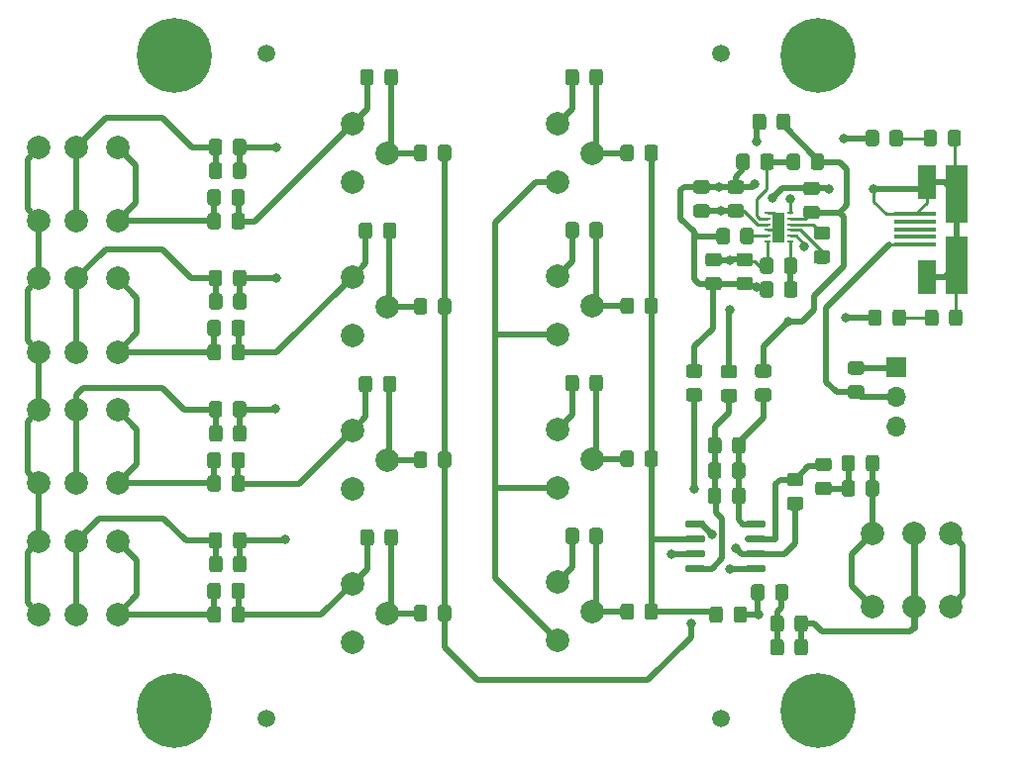
<source format=gtl>
G04 #@! TF.GenerationSoftware,KiCad,Pcbnew,5.1.6-c6e7f7d~87~ubuntu18.04.1*
G04 #@! TF.CreationDate,2020-09-10T19:55:48-05:00*
G04 #@! TF.ProjectId,MiniStereoMixer,4d696e69-5374-4657-9265-6f4d69786572,rev?*
G04 #@! TF.SameCoordinates,Original*
G04 #@! TF.FileFunction,Copper,L1,Top*
G04 #@! TF.FilePolarity,Positive*
%FSLAX46Y46*%
G04 Gerber Fmt 4.6, Leading zero omitted, Abs format (unit mm)*
G04 Created by KiCad (PCBNEW 5.1.6-c6e7f7d~87~ubuntu18.04.1) date 2020-09-10 19:55:48*
%MOMM*%
%LPD*%
G01*
G04 APERTURE LIST*
G04 #@! TA.AperFunction,ComponentPad*
%ADD10C,2.000000*%
G04 #@! TD*
G04 #@! TA.AperFunction,SMDPad,CuDef*
%ADD11R,3.600000X0.400000*%
G04 #@! TD*
G04 #@! TA.AperFunction,SMDPad,CuDef*
%ADD12R,1.600000X3.000000*%
G04 #@! TD*
G04 #@! TA.AperFunction,SMDPad,CuDef*
%ADD13R,1.900000X5.000000*%
G04 #@! TD*
G04 #@! TA.AperFunction,ComponentPad*
%ADD14R,1.700000X1.700000*%
G04 #@! TD*
G04 #@! TA.AperFunction,ComponentPad*
%ADD15O,1.700000X1.700000*%
G04 #@! TD*
G04 #@! TA.AperFunction,SMDPad,CuDef*
%ADD16R,0.500000X0.250000*%
G04 #@! TD*
G04 #@! TA.AperFunction,ViaPad*
%ADD17C,0.600000*%
G04 #@! TD*
G04 #@! TA.AperFunction,SMDPad,CuDef*
%ADD18R,1.000000X2.650000*%
G04 #@! TD*
G04 #@! TA.AperFunction,SMDPad,CuDef*
%ADD19C,1.500000*%
G04 #@! TD*
G04 #@! TA.AperFunction,ComponentPad*
%ADD20C,6.400000*%
G04 #@! TD*
G04 #@! TA.AperFunction,ViaPad*
%ADD21C,0.800000*%
G04 #@! TD*
G04 #@! TA.AperFunction,Conductor*
%ADD22C,0.250000*%
G04 #@! TD*
G04 #@! TA.AperFunction,Conductor*
%ADD23C,0.500000*%
G04 #@! TD*
G04 #@! TA.AperFunction,Conductor*
%ADD24C,0.560000*%
G04 #@! TD*
G04 APERTURE END LIST*
D10*
G04 #@! TO.P,J6,T*
G04 #@! TO.N,Net-(C18-Pad1)*
X193579000Y-83972000D03*
G04 #@! TO.P,J6,R*
G04 #@! TO.N,Net-(C16-Pad1)*
X197079000Y-83972000D03*
G04 #@! TO.P,J6,S*
G04 #@! TO.N,GNDA*
X200279000Y-83972000D03*
G04 #@! TO.P,J6,R*
G04 #@! TO.N,Net-(C16-Pad1)*
X197079000Y-90272000D03*
G04 #@! TO.P,J6,T*
G04 #@! TO.N,Net-(C18-Pad1)*
X193579000Y-90272000D03*
G04 #@! TO.P,J6,S*
G04 #@! TO.N,GNDA*
X200279000Y-90272000D03*
G04 #@! TD*
G04 #@! TO.P,J1,T*
G04 #@! TO.N,Net-(C10-Pad2)*
X129001000Y-90932000D03*
G04 #@! TO.P,J1,R*
G04 #@! TO.N,Net-(C6-Pad2)*
X125501000Y-90932000D03*
G04 #@! TO.P,J1,S*
G04 #@! TO.N,GNDA*
X122301000Y-90932000D03*
G04 #@! TO.P,J1,R*
G04 #@! TO.N,Net-(C6-Pad2)*
X125501000Y-84632000D03*
G04 #@! TO.P,J1,T*
G04 #@! TO.N,Net-(C10-Pad2)*
X129001000Y-84632000D03*
G04 #@! TO.P,J1,S*
G04 #@! TO.N,GNDA*
X122301000Y-84632000D03*
G04 #@! TD*
G04 #@! TO.P,J2,T*
G04 #@! TO.N,Net-(C11-Pad2)*
X129001000Y-79705332D03*
G04 #@! TO.P,J2,R*
G04 #@! TO.N,Net-(C7-Pad2)*
X125501000Y-79705332D03*
G04 #@! TO.P,J2,S*
G04 #@! TO.N,GNDA*
X122301000Y-79705332D03*
G04 #@! TO.P,J2,R*
G04 #@! TO.N,Net-(C7-Pad2)*
X125501000Y-73405332D03*
G04 #@! TO.P,J2,T*
G04 #@! TO.N,Net-(C11-Pad2)*
X129001000Y-73405332D03*
G04 #@! TO.P,J2,S*
G04 #@! TO.N,GNDA*
X122301000Y-73405332D03*
G04 #@! TD*
G04 #@! TO.P,J3,T*
G04 #@! TO.N,Net-(C12-Pad2)*
X129001000Y-68478666D03*
G04 #@! TO.P,J3,R*
G04 #@! TO.N,Net-(C8-Pad2)*
X125501000Y-68478666D03*
G04 #@! TO.P,J3,S*
G04 #@! TO.N,GNDA*
X122301000Y-68478666D03*
G04 #@! TO.P,J3,R*
G04 #@! TO.N,Net-(C8-Pad2)*
X125501000Y-62178666D03*
G04 #@! TO.P,J3,T*
G04 #@! TO.N,Net-(C12-Pad2)*
X129001000Y-62178666D03*
G04 #@! TO.P,J3,S*
G04 #@! TO.N,GNDA*
X122301000Y-62178666D03*
G04 #@! TD*
G04 #@! TO.P,J4,T*
G04 #@! TO.N,Net-(C13-Pad2)*
X129001000Y-57252000D03*
G04 #@! TO.P,J4,R*
G04 #@! TO.N,Net-(C9-Pad2)*
X125501000Y-57252000D03*
G04 #@! TO.P,J4,S*
G04 #@! TO.N,GNDA*
X122301000Y-57252000D03*
G04 #@! TO.P,J4,R*
G04 #@! TO.N,Net-(C9-Pad2)*
X125501000Y-50952000D03*
G04 #@! TO.P,J4,T*
G04 #@! TO.N,Net-(C13-Pad2)*
X129001000Y-50952000D03*
G04 #@! TO.P,J4,S*
G04 #@! TO.N,GNDA*
X122301000Y-50952000D03*
G04 #@! TD*
G04 #@! TO.P,C1,1*
G04 #@! TO.N,Net-(C1-Pad1)*
G04 #@! TA.AperFunction,SMDPad,CuDef*
G36*
G01*
X188779999Y-57718000D02*
X189680001Y-57718000D01*
G75*
G02*
X189930000Y-57967999I0J-249999D01*
G01*
X189930000Y-58618001D01*
G75*
G02*
X189680001Y-58868000I-249999J0D01*
G01*
X188779999Y-58868000D01*
G75*
G02*
X188530000Y-58618001I0J249999D01*
G01*
X188530000Y-57967999D01*
G75*
G02*
X188779999Y-57718000I249999J0D01*
G01*
G37*
G04 #@! TD.AperFunction*
G04 #@! TO.P,C1,2*
G04 #@! TO.N,Net-(C1-Pad2)*
G04 #@! TA.AperFunction,SMDPad,CuDef*
G36*
G01*
X188779999Y-59768000D02*
X189680001Y-59768000D01*
G75*
G02*
X189930000Y-60017999I0J-249999D01*
G01*
X189930000Y-60668001D01*
G75*
G02*
X189680001Y-60918000I-249999J0D01*
G01*
X188779999Y-60918000D01*
G75*
G02*
X188530000Y-60668001I0J249999D01*
G01*
X188530000Y-60017999D01*
G75*
G02*
X188779999Y-59768000I249999J0D01*
G01*
G37*
G04 #@! TD.AperFunction*
G04 #@! TD*
G04 #@! TO.P,C2,2*
G04 #@! TO.N,GND*
G04 #@! TA.AperFunction,SMDPad,CuDef*
G36*
G01*
X182314001Y-54922000D02*
X181413999Y-54922000D01*
G75*
G02*
X181164000Y-54672001I0J249999D01*
G01*
X181164000Y-54021999D01*
G75*
G02*
X181413999Y-53772000I249999J0D01*
G01*
X182314001Y-53772000D01*
G75*
G02*
X182564000Y-54021999I0J-249999D01*
G01*
X182564000Y-54672001D01*
G75*
G02*
X182314001Y-54922000I-249999J0D01*
G01*
G37*
G04 #@! TD.AperFunction*
G04 #@! TO.P,C2,1*
G04 #@! TO.N,+5V*
G04 #@! TA.AperFunction,SMDPad,CuDef*
G36*
G01*
X182314001Y-56972000D02*
X181413999Y-56972000D01*
G75*
G02*
X181164000Y-56722001I0J249999D01*
G01*
X181164000Y-56071999D01*
G75*
G02*
X181413999Y-55822000I249999J0D01*
G01*
X182314001Y-55822000D01*
G75*
G02*
X182564000Y-56071999I0J-249999D01*
G01*
X182564000Y-56722001D01*
G75*
G02*
X182314001Y-56972000I-249999J0D01*
G01*
G37*
G04 #@! TD.AperFunction*
G04 #@! TD*
G04 #@! TO.P,C3,1*
G04 #@! TO.N,Net-(C3-Pad1)*
G04 #@! TA.AperFunction,SMDPad,CuDef*
G36*
G01*
X183400500Y-58096999D02*
X183400500Y-58997001D01*
G75*
G02*
X183150501Y-59247000I-249999J0D01*
G01*
X182500499Y-59247000D01*
G75*
G02*
X182250500Y-58997001I0J249999D01*
G01*
X182250500Y-58096999D01*
G75*
G02*
X182500499Y-57847000I249999J0D01*
G01*
X183150501Y-57847000D01*
G75*
G02*
X183400500Y-58096999I0J-249999D01*
G01*
G37*
G04 #@! TD.AperFunction*
G04 #@! TO.P,C3,2*
G04 #@! TO.N,GND*
G04 #@! TA.AperFunction,SMDPad,CuDef*
G36*
G01*
X181350500Y-58096999D02*
X181350500Y-58997001D01*
G75*
G02*
X181100501Y-59247000I-249999J0D01*
G01*
X180450499Y-59247000D01*
G75*
G02*
X180200500Y-58997001I0J249999D01*
G01*
X180200500Y-58096999D01*
G75*
G02*
X180450499Y-57847000I249999J0D01*
G01*
X181100501Y-57847000D01*
G75*
G02*
X181350500Y-58096999I0J-249999D01*
G01*
G37*
G04 #@! TD.AperFunction*
G04 #@! TD*
G04 #@! TO.P,C4,1*
G04 #@! TO.N,/+5V_OUT*
G04 #@! TA.AperFunction,SMDPad,CuDef*
G36*
G01*
X188791001Y-57099000D02*
X187890999Y-57099000D01*
G75*
G02*
X187641000Y-56849001I0J249999D01*
G01*
X187641000Y-56198999D01*
G75*
G02*
X187890999Y-55949000I249999J0D01*
G01*
X188791001Y-55949000D01*
G75*
G02*
X189041000Y-56198999I0J-249999D01*
G01*
X189041000Y-56849001D01*
G75*
G02*
X188791001Y-57099000I-249999J0D01*
G01*
G37*
G04 #@! TD.AperFunction*
G04 #@! TO.P,C4,2*
G04 #@! TO.N,GND*
G04 #@! TA.AperFunction,SMDPad,CuDef*
G36*
G01*
X188791001Y-55049000D02*
X187890999Y-55049000D01*
G75*
G02*
X187641000Y-54799001I0J249999D01*
G01*
X187641000Y-54148999D01*
G75*
G02*
X187890999Y-53899000I249999J0D01*
G01*
X188791001Y-53899000D01*
G75*
G02*
X189041000Y-54148999I0J-249999D01*
G01*
X189041000Y-54799001D01*
G75*
G02*
X188791001Y-55049000I-249999J0D01*
G01*
G37*
G04 #@! TD.AperFunction*
G04 #@! TD*
G04 #@! TO.P,C5,2*
G04 #@! TO.N,GND*
G04 #@! TA.AperFunction,SMDPad,CuDef*
G36*
G01*
X182175999Y-62036000D02*
X183076001Y-62036000D01*
G75*
G02*
X183326000Y-62285999I0J-249999D01*
G01*
X183326000Y-62936001D01*
G75*
G02*
X183076001Y-63186000I-249999J0D01*
G01*
X182175999Y-63186000D01*
G75*
G02*
X181926000Y-62936001I0J249999D01*
G01*
X181926000Y-62285999D01*
G75*
G02*
X182175999Y-62036000I249999J0D01*
G01*
G37*
G04 #@! TD.AperFunction*
G04 #@! TO.P,C5,1*
G04 #@! TO.N,/-5V_OUT*
G04 #@! TA.AperFunction,SMDPad,CuDef*
G36*
G01*
X182175999Y-59986000D02*
X183076001Y-59986000D01*
G75*
G02*
X183326000Y-60235999I0J-249999D01*
G01*
X183326000Y-60886001D01*
G75*
G02*
X183076001Y-61136000I-249999J0D01*
G01*
X182175999Y-61136000D01*
G75*
G02*
X181926000Y-60886001I0J249999D01*
G01*
X181926000Y-60235999D01*
G75*
G02*
X182175999Y-59986000I249999J0D01*
G01*
G37*
G04 #@! TD.AperFunction*
G04 #@! TD*
G04 #@! TO.P,C6,2*
G04 #@! TO.N,Net-(C6-Pad2)*
G04 #@! TA.AperFunction,SMDPad,CuDef*
G36*
G01*
X137971000Y-84131999D02*
X137971000Y-85032001D01*
G75*
G02*
X137721001Y-85282000I-249999J0D01*
G01*
X137070999Y-85282000D01*
G75*
G02*
X136821000Y-85032001I0J249999D01*
G01*
X136821000Y-84131999D01*
G75*
G02*
X137070999Y-83882000I249999J0D01*
G01*
X137721001Y-83882000D01*
G75*
G02*
X137971000Y-84131999I0J-249999D01*
G01*
G37*
G04 #@! TD.AperFunction*
G04 #@! TO.P,C6,1*
G04 #@! TO.N,Net-(C6-Pad1)*
G04 #@! TA.AperFunction,SMDPad,CuDef*
G36*
G01*
X140021000Y-84131999D02*
X140021000Y-85032001D01*
G75*
G02*
X139771001Y-85282000I-249999J0D01*
G01*
X139120999Y-85282000D01*
G75*
G02*
X138871000Y-85032001I0J249999D01*
G01*
X138871000Y-84131999D01*
G75*
G02*
X139120999Y-83882000I249999J0D01*
G01*
X139771001Y-83882000D01*
G75*
G02*
X140021000Y-84131999I0J-249999D01*
G01*
G37*
G04 #@! TD.AperFunction*
G04 #@! TD*
G04 #@! TO.P,C7,2*
G04 #@! TO.N,Net-(C7-Pad2)*
G04 #@! TA.AperFunction,SMDPad,CuDef*
G36*
G01*
X137971000Y-72913665D02*
X137971000Y-73813667D01*
G75*
G02*
X137721001Y-74063666I-249999J0D01*
G01*
X137070999Y-74063666D01*
G75*
G02*
X136821000Y-73813667I0J249999D01*
G01*
X136821000Y-72913665D01*
G75*
G02*
X137070999Y-72663666I249999J0D01*
G01*
X137721001Y-72663666D01*
G75*
G02*
X137971000Y-72913665I0J-249999D01*
G01*
G37*
G04 #@! TD.AperFunction*
G04 #@! TO.P,C7,1*
G04 #@! TO.N,Net-(C7-Pad1)*
G04 #@! TA.AperFunction,SMDPad,CuDef*
G36*
G01*
X140021000Y-72913665D02*
X140021000Y-73813667D01*
G75*
G02*
X139771001Y-74063666I-249999J0D01*
G01*
X139120999Y-74063666D01*
G75*
G02*
X138871000Y-73813667I0J249999D01*
G01*
X138871000Y-72913665D01*
G75*
G02*
X139120999Y-72663666I249999J0D01*
G01*
X139771001Y-72663666D01*
G75*
G02*
X140021000Y-72913665I0J-249999D01*
G01*
G37*
G04 #@! TD.AperFunction*
G04 #@! TD*
G04 #@! TO.P,C8,2*
G04 #@! TO.N,Net-(C8-Pad2)*
G04 #@! TA.AperFunction,SMDPad,CuDef*
G36*
G01*
X137971000Y-61695332D02*
X137971000Y-62595334D01*
G75*
G02*
X137721001Y-62845333I-249999J0D01*
G01*
X137070999Y-62845333D01*
G75*
G02*
X136821000Y-62595334I0J249999D01*
G01*
X136821000Y-61695332D01*
G75*
G02*
X137070999Y-61445333I249999J0D01*
G01*
X137721001Y-61445333D01*
G75*
G02*
X137971000Y-61695332I0J-249999D01*
G01*
G37*
G04 #@! TD.AperFunction*
G04 #@! TO.P,C8,1*
G04 #@! TO.N,Net-(C8-Pad1)*
G04 #@! TA.AperFunction,SMDPad,CuDef*
G36*
G01*
X140021000Y-61695332D02*
X140021000Y-62595334D01*
G75*
G02*
X139771001Y-62845333I-249999J0D01*
G01*
X139120999Y-62845333D01*
G75*
G02*
X138871000Y-62595334I0J249999D01*
G01*
X138871000Y-61695332D01*
G75*
G02*
X139120999Y-61445333I249999J0D01*
G01*
X139771001Y-61445333D01*
G75*
G02*
X140021000Y-61695332I0J-249999D01*
G01*
G37*
G04 #@! TD.AperFunction*
G04 #@! TD*
G04 #@! TO.P,C9,2*
G04 #@! TO.N,Net-(C9-Pad2)*
G04 #@! TA.AperFunction,SMDPad,CuDef*
G36*
G01*
X137971000Y-50476999D02*
X137971000Y-51377001D01*
G75*
G02*
X137721001Y-51627000I-249999J0D01*
G01*
X137070999Y-51627000D01*
G75*
G02*
X136821000Y-51377001I0J249999D01*
G01*
X136821000Y-50476999D01*
G75*
G02*
X137070999Y-50227000I249999J0D01*
G01*
X137721001Y-50227000D01*
G75*
G02*
X137971000Y-50476999I0J-249999D01*
G01*
G37*
G04 #@! TD.AperFunction*
G04 #@! TO.P,C9,1*
G04 #@! TO.N,Net-(C9-Pad1)*
G04 #@! TA.AperFunction,SMDPad,CuDef*
G36*
G01*
X140021000Y-50476999D02*
X140021000Y-51377001D01*
G75*
G02*
X139771001Y-51627000I-249999J0D01*
G01*
X139120999Y-51627000D01*
G75*
G02*
X138871000Y-51377001I0J249999D01*
G01*
X138871000Y-50476999D01*
G75*
G02*
X139120999Y-50227000I249999J0D01*
G01*
X139771001Y-50227000D01*
G75*
G02*
X140021000Y-50476999I0J-249999D01*
G01*
G37*
G04 #@! TD.AperFunction*
G04 #@! TD*
G04 #@! TO.P,C10,1*
G04 #@! TO.N,Net-(C10-Pad1)*
G04 #@! TA.AperFunction,SMDPad,CuDef*
G36*
G01*
X139903000Y-90481999D02*
X139903000Y-91382001D01*
G75*
G02*
X139653001Y-91632000I-249999J0D01*
G01*
X139002999Y-91632000D01*
G75*
G02*
X138753000Y-91382001I0J249999D01*
G01*
X138753000Y-90481999D01*
G75*
G02*
X139002999Y-90232000I249999J0D01*
G01*
X139653001Y-90232000D01*
G75*
G02*
X139903000Y-90481999I0J-249999D01*
G01*
G37*
G04 #@! TD.AperFunction*
G04 #@! TO.P,C10,2*
G04 #@! TO.N,Net-(C10-Pad2)*
G04 #@! TA.AperFunction,SMDPad,CuDef*
G36*
G01*
X137853000Y-90481999D02*
X137853000Y-91382001D01*
G75*
G02*
X137603001Y-91632000I-249999J0D01*
G01*
X136952999Y-91632000D01*
G75*
G02*
X136703000Y-91382001I0J249999D01*
G01*
X136703000Y-90481999D01*
G75*
G02*
X136952999Y-90232000I249999J0D01*
G01*
X137603001Y-90232000D01*
G75*
G02*
X137853000Y-90481999I0J-249999D01*
G01*
G37*
G04 #@! TD.AperFunction*
G04 #@! TD*
G04 #@! TO.P,C11,1*
G04 #@! TO.N,Net-(C11-Pad1)*
G04 #@! TA.AperFunction,SMDPad,CuDef*
G36*
G01*
X139903000Y-79263665D02*
X139903000Y-80163667D01*
G75*
G02*
X139653001Y-80413666I-249999J0D01*
G01*
X139002999Y-80413666D01*
G75*
G02*
X138753000Y-80163667I0J249999D01*
G01*
X138753000Y-79263665D01*
G75*
G02*
X139002999Y-79013666I249999J0D01*
G01*
X139653001Y-79013666D01*
G75*
G02*
X139903000Y-79263665I0J-249999D01*
G01*
G37*
G04 #@! TD.AperFunction*
G04 #@! TO.P,C11,2*
G04 #@! TO.N,Net-(C11-Pad2)*
G04 #@! TA.AperFunction,SMDPad,CuDef*
G36*
G01*
X137853000Y-79263665D02*
X137853000Y-80163667D01*
G75*
G02*
X137603001Y-80413666I-249999J0D01*
G01*
X136952999Y-80413666D01*
G75*
G02*
X136703000Y-80163667I0J249999D01*
G01*
X136703000Y-79263665D01*
G75*
G02*
X136952999Y-79013666I249999J0D01*
G01*
X137603001Y-79013666D01*
G75*
G02*
X137853000Y-79263665I0J-249999D01*
G01*
G37*
G04 #@! TD.AperFunction*
G04 #@! TD*
G04 #@! TO.P,C12,1*
G04 #@! TO.N,Net-(C12-Pad1)*
G04 #@! TA.AperFunction,SMDPad,CuDef*
G36*
G01*
X139903000Y-68045332D02*
X139903000Y-68945334D01*
G75*
G02*
X139653001Y-69195333I-249999J0D01*
G01*
X139002999Y-69195333D01*
G75*
G02*
X138753000Y-68945334I0J249999D01*
G01*
X138753000Y-68045332D01*
G75*
G02*
X139002999Y-67795333I249999J0D01*
G01*
X139653001Y-67795333D01*
G75*
G02*
X139903000Y-68045332I0J-249999D01*
G01*
G37*
G04 #@! TD.AperFunction*
G04 #@! TO.P,C12,2*
G04 #@! TO.N,Net-(C12-Pad2)*
G04 #@! TA.AperFunction,SMDPad,CuDef*
G36*
G01*
X137853000Y-68045332D02*
X137853000Y-68945334D01*
G75*
G02*
X137603001Y-69195333I-249999J0D01*
G01*
X136952999Y-69195333D01*
G75*
G02*
X136703000Y-68945334I0J249999D01*
G01*
X136703000Y-68045332D01*
G75*
G02*
X136952999Y-67795333I249999J0D01*
G01*
X137603001Y-67795333D01*
G75*
G02*
X137853000Y-68045332I0J-249999D01*
G01*
G37*
G04 #@! TD.AperFunction*
G04 #@! TD*
G04 #@! TO.P,C13,2*
G04 #@! TO.N,Net-(C13-Pad2)*
G04 #@! TA.AperFunction,SMDPad,CuDef*
G36*
G01*
X137853000Y-56826999D02*
X137853000Y-57727001D01*
G75*
G02*
X137603001Y-57977000I-249999J0D01*
G01*
X136952999Y-57977000D01*
G75*
G02*
X136703000Y-57727001I0J249999D01*
G01*
X136703000Y-56826999D01*
G75*
G02*
X136952999Y-56577000I249999J0D01*
G01*
X137603001Y-56577000D01*
G75*
G02*
X137853000Y-56826999I0J-249999D01*
G01*
G37*
G04 #@! TD.AperFunction*
G04 #@! TO.P,C13,1*
G04 #@! TO.N,Net-(C13-Pad1)*
G04 #@! TA.AperFunction,SMDPad,CuDef*
G36*
G01*
X139903000Y-56826999D02*
X139903000Y-57727001D01*
G75*
G02*
X139653001Y-57977000I-249999J0D01*
G01*
X139002999Y-57977000D01*
G75*
G02*
X138753000Y-57727001I0J249999D01*
G01*
X138753000Y-56826999D01*
G75*
G02*
X139002999Y-56577000I249999J0D01*
G01*
X139653001Y-56577000D01*
G75*
G02*
X139903000Y-56826999I0J-249999D01*
G01*
G37*
G04 #@! TD.AperFunction*
G04 #@! TD*
G04 #@! TO.P,C14,1*
G04 #@! TO.N,+5VA*
G04 #@! TA.AperFunction,SMDPad,CuDef*
G36*
G01*
X182702000Y-76003999D02*
X182702000Y-76904001D01*
G75*
G02*
X182452001Y-77154000I-249999J0D01*
G01*
X181801999Y-77154000D01*
G75*
G02*
X181552000Y-76904001I0J249999D01*
G01*
X181552000Y-76003999D01*
G75*
G02*
X181801999Y-75754000I249999J0D01*
G01*
X182452001Y-75754000D01*
G75*
G02*
X182702000Y-76003999I0J-249999D01*
G01*
G37*
G04 #@! TD.AperFunction*
G04 #@! TO.P,C14,2*
G04 #@! TO.N,-5VA*
G04 #@! TA.AperFunction,SMDPad,CuDef*
G36*
G01*
X180652000Y-76003999D02*
X180652000Y-76904001D01*
G75*
G02*
X180402001Y-77154000I-249999J0D01*
G01*
X179751999Y-77154000D01*
G75*
G02*
X179502000Y-76904001I0J249999D01*
G01*
X179502000Y-76003999D01*
G75*
G02*
X179751999Y-75754000I249999J0D01*
G01*
X180402001Y-75754000D01*
G75*
G02*
X180652000Y-76003999I0J-249999D01*
G01*
G37*
G04 #@! TD.AperFunction*
G04 #@! TD*
G04 #@! TO.P,C15,2*
G04 #@! TO.N,-5VA*
G04 #@! TA.AperFunction,SMDPad,CuDef*
G36*
G01*
X180643000Y-78162999D02*
X180643000Y-79063001D01*
G75*
G02*
X180393001Y-79313000I-249999J0D01*
G01*
X179742999Y-79313000D01*
G75*
G02*
X179493000Y-79063001I0J249999D01*
G01*
X179493000Y-78162999D01*
G75*
G02*
X179742999Y-77913000I249999J0D01*
G01*
X180393001Y-77913000D01*
G75*
G02*
X180643000Y-78162999I0J-249999D01*
G01*
G37*
G04 #@! TD.AperFunction*
G04 #@! TO.P,C15,1*
G04 #@! TO.N,+5VA*
G04 #@! TA.AperFunction,SMDPad,CuDef*
G36*
G01*
X182693000Y-78162999D02*
X182693000Y-79063001D01*
G75*
G02*
X182443001Y-79313000I-249999J0D01*
G01*
X181792999Y-79313000D01*
G75*
G02*
X181543000Y-79063001I0J249999D01*
G01*
X181543000Y-78162999D01*
G75*
G02*
X181792999Y-77913000I249999J0D01*
G01*
X182443001Y-77913000D01*
G75*
G02*
X182693000Y-78162999I0J-249999D01*
G01*
G37*
G04 #@! TD.AperFunction*
G04 #@! TD*
G04 #@! TO.P,C16,2*
G04 #@! TO.N,Net-(C16-Pad2)*
G04 #@! TA.AperFunction,SMDPad,CuDef*
G36*
G01*
X185986000Y-91243999D02*
X185986000Y-92144001D01*
G75*
G02*
X185736001Y-92394000I-249999J0D01*
G01*
X185085999Y-92394000D01*
G75*
G02*
X184836000Y-92144001I0J249999D01*
G01*
X184836000Y-91243999D01*
G75*
G02*
X185085999Y-90994000I249999J0D01*
G01*
X185736001Y-90994000D01*
G75*
G02*
X185986000Y-91243999I0J-249999D01*
G01*
G37*
G04 #@! TD.AperFunction*
G04 #@! TO.P,C16,1*
G04 #@! TO.N,Net-(C16-Pad1)*
G04 #@! TA.AperFunction,SMDPad,CuDef*
G36*
G01*
X188036000Y-91243999D02*
X188036000Y-92144001D01*
G75*
G02*
X187786001Y-92394000I-249999J0D01*
G01*
X187135999Y-92394000D01*
G75*
G02*
X186886000Y-92144001I0J249999D01*
G01*
X186886000Y-91243999D01*
G75*
G02*
X187135999Y-90994000I249999J0D01*
G01*
X187786001Y-90994000D01*
G75*
G02*
X188036000Y-91243999I0J-249999D01*
G01*
G37*
G04 #@! TD.AperFunction*
G04 #@! TD*
G04 #@! TO.P,C17,1*
G04 #@! TO.N,+5VA*
G04 #@! TA.AperFunction,SMDPad,CuDef*
G36*
G01*
X182693000Y-80321999D02*
X182693000Y-81222001D01*
G75*
G02*
X182443001Y-81472000I-249999J0D01*
G01*
X181792999Y-81472000D01*
G75*
G02*
X181543000Y-81222001I0J249999D01*
G01*
X181543000Y-80321999D01*
G75*
G02*
X181792999Y-80072000I249999J0D01*
G01*
X182443001Y-80072000D01*
G75*
G02*
X182693000Y-80321999I0J-249999D01*
G01*
G37*
G04 #@! TD.AperFunction*
G04 #@! TO.P,C17,2*
G04 #@! TO.N,-5VA*
G04 #@! TA.AperFunction,SMDPad,CuDef*
G36*
G01*
X180643000Y-80321999D02*
X180643000Y-81222001D01*
G75*
G02*
X180393001Y-81472000I-249999J0D01*
G01*
X179742999Y-81472000D01*
G75*
G02*
X179493000Y-81222001I0J249999D01*
G01*
X179493000Y-80321999D01*
G75*
G02*
X179742999Y-80072000I249999J0D01*
G01*
X180393001Y-80072000D01*
G75*
G02*
X180643000Y-80321999I0J-249999D01*
G01*
G37*
G04 #@! TD.AperFunction*
G04 #@! TD*
G04 #@! TO.P,C18,1*
G04 #@! TO.N,Net-(C18-Pad1)*
G04 #@! TA.AperFunction,SMDPad,CuDef*
G36*
G01*
X194123000Y-79686999D02*
X194123000Y-80587001D01*
G75*
G02*
X193873001Y-80837000I-249999J0D01*
G01*
X193222999Y-80837000D01*
G75*
G02*
X192973000Y-80587001I0J249999D01*
G01*
X192973000Y-79686999D01*
G75*
G02*
X193222999Y-79437000I249999J0D01*
G01*
X193873001Y-79437000D01*
G75*
G02*
X194123000Y-79686999I0J-249999D01*
G01*
G37*
G04 #@! TD.AperFunction*
G04 #@! TO.P,C18,2*
G04 #@! TO.N,Net-(C18-Pad2)*
G04 #@! TA.AperFunction,SMDPad,CuDef*
G36*
G01*
X192073000Y-79686999D02*
X192073000Y-80587001D01*
G75*
G02*
X191823001Y-80837000I-249999J0D01*
G01*
X191172999Y-80837000D01*
G75*
G02*
X190923000Y-80587001I0J249999D01*
G01*
X190923000Y-79686999D01*
G75*
G02*
X191172999Y-79437000I249999J0D01*
G01*
X191823001Y-79437000D01*
G75*
G02*
X192073000Y-79686999I0J-249999D01*
G01*
G37*
G04 #@! TD.AperFunction*
G04 #@! TD*
D11*
G04 #@! TO.P,J5,1*
G04 #@! TO.N,Net-(J5-Pad1)*
X197237000Y-59275500D03*
G04 #@! TO.P,J5,2*
G04 #@! TO.N,N/C*
X197237000Y-58625500D03*
G04 #@! TO.P,J5,3*
X197237000Y-57975500D03*
G04 #@! TO.P,J5,4*
X197237000Y-57325500D03*
G04 #@! TO.P,J5,5*
G04 #@! TO.N,GND*
X197237000Y-56675500D03*
D12*
G04 #@! TO.P,J5,6*
X198237000Y-53911500D03*
X198237000Y-62039500D03*
D13*
X200777000Y-61023500D03*
X200787000Y-54927500D03*
G04 #@! TD*
G04 #@! TO.P,R1,1*
G04 #@! TO.N,GND*
G04 #@! TA.AperFunction,SMDPad,CuDef*
G36*
G01*
X180409001Y-63195000D02*
X179508999Y-63195000D01*
G75*
G02*
X179259000Y-62945001I0J249999D01*
G01*
X179259000Y-62294999D01*
G75*
G02*
X179508999Y-62045000I249999J0D01*
G01*
X180409001Y-62045000D01*
G75*
G02*
X180659000Y-62294999I0J-249999D01*
G01*
X180659000Y-62945001D01*
G75*
G02*
X180409001Y-63195000I-249999J0D01*
G01*
G37*
G04 #@! TD.AperFunction*
G04 #@! TO.P,R1,2*
G04 #@! TO.N,/-5V_OUT*
G04 #@! TA.AperFunction,SMDPad,CuDef*
G36*
G01*
X180409001Y-61145000D02*
X179508999Y-61145000D01*
G75*
G02*
X179259000Y-60895001I0J249999D01*
G01*
X179259000Y-60244999D01*
G75*
G02*
X179508999Y-59995000I249999J0D01*
G01*
X180409001Y-59995000D01*
G75*
G02*
X180659000Y-60244999I0J-249999D01*
G01*
X180659000Y-60895001D01*
G75*
G02*
X180409001Y-61145000I-249999J0D01*
G01*
G37*
G04 #@! TD.AperFunction*
G04 #@! TD*
G04 #@! TO.P,R2,2*
G04 #@! TO.N,+5V*
G04 #@! TA.AperFunction,SMDPad,CuDef*
G36*
G01*
X184462000Y-48317999D02*
X184462000Y-49218001D01*
G75*
G02*
X184212001Y-49468000I-249999J0D01*
G01*
X183561999Y-49468000D01*
G75*
G02*
X183312000Y-49218001I0J249999D01*
G01*
X183312000Y-48317999D01*
G75*
G02*
X183561999Y-48068000I249999J0D01*
G01*
X184212001Y-48068000D01*
G75*
G02*
X184462000Y-48317999I0J-249999D01*
G01*
G37*
G04 #@! TD.AperFunction*
G04 #@! TO.P,R2,1*
G04 #@! TO.N,/+5V_OUT*
G04 #@! TA.AperFunction,SMDPad,CuDef*
G36*
G01*
X186512000Y-48317999D02*
X186512000Y-49218001D01*
G75*
G02*
X186262001Y-49468000I-249999J0D01*
G01*
X185611999Y-49468000D01*
G75*
G02*
X185362000Y-49218001I0J249999D01*
G01*
X185362000Y-48317999D01*
G75*
G02*
X185611999Y-48068000I249999J0D01*
G01*
X186262001Y-48068000D01*
G75*
G02*
X186512000Y-48317999I0J-249999D01*
G01*
G37*
G04 #@! TD.AperFunction*
G04 #@! TD*
G04 #@! TO.P,R3,2*
G04 #@! TO.N,GND*
G04 #@! TA.AperFunction,SMDPad,CuDef*
G36*
G01*
X183065000Y-51746999D02*
X183065000Y-52647001D01*
G75*
G02*
X182815001Y-52897000I-249999J0D01*
G01*
X182164999Y-52897000D01*
G75*
G02*
X181915000Y-52647001I0J249999D01*
G01*
X181915000Y-51746999D01*
G75*
G02*
X182164999Y-51497000I249999J0D01*
G01*
X182815001Y-51497000D01*
G75*
G02*
X183065000Y-51746999I0J-249999D01*
G01*
G37*
G04 #@! TD.AperFunction*
G04 #@! TO.P,R3,1*
G04 #@! TO.N,Net-(R3-Pad1)*
G04 #@! TA.AperFunction,SMDPad,CuDef*
G36*
G01*
X185115000Y-51746999D02*
X185115000Y-52647001D01*
G75*
G02*
X184865001Y-52897000I-249999J0D01*
G01*
X184214999Y-52897000D01*
G75*
G02*
X183965000Y-52647001I0J249999D01*
G01*
X183965000Y-51746999D01*
G75*
G02*
X184214999Y-51497000I249999J0D01*
G01*
X184865001Y-51497000D01*
G75*
G02*
X185115000Y-51746999I0J-249999D01*
G01*
G37*
G04 #@! TD.AperFunction*
G04 #@! TD*
G04 #@! TO.P,R4,1*
G04 #@! TO.N,/+5V_OUT*
G04 #@! TA.AperFunction,SMDPad,CuDef*
G36*
G01*
X189424000Y-51746999D02*
X189424000Y-52647001D01*
G75*
G02*
X189174001Y-52897000I-249999J0D01*
G01*
X188523999Y-52897000D01*
G75*
G02*
X188274000Y-52647001I0J249999D01*
G01*
X188274000Y-51746999D01*
G75*
G02*
X188523999Y-51497000I249999J0D01*
G01*
X189174001Y-51497000D01*
G75*
G02*
X189424000Y-51746999I0J-249999D01*
G01*
G37*
G04 #@! TD.AperFunction*
G04 #@! TO.P,R4,2*
G04 #@! TO.N,Net-(R3-Pad1)*
G04 #@! TA.AperFunction,SMDPad,CuDef*
G36*
G01*
X187374000Y-51746999D02*
X187374000Y-52647001D01*
G75*
G02*
X187124001Y-52897000I-249999J0D01*
G01*
X186473999Y-52897000D01*
G75*
G02*
X186224000Y-52647001I0J249999D01*
G01*
X186224000Y-51746999D01*
G75*
G02*
X186473999Y-51497000I249999J0D01*
G01*
X187124001Y-51497000D01*
G75*
G02*
X187374000Y-51746999I0J-249999D01*
G01*
G37*
G04 #@! TD.AperFunction*
G04 #@! TD*
G04 #@! TO.P,R5,2*
G04 #@! TO.N,Net-(R5-Pad2)*
G04 #@! TA.AperFunction,SMDPad,CuDef*
G36*
G01*
X185988000Y-61537001D02*
X185988000Y-60636999D01*
G75*
G02*
X186237999Y-60387000I249999J0D01*
G01*
X186888001Y-60387000D01*
G75*
G02*
X187138000Y-60636999I0J-249999D01*
G01*
X187138000Y-61537001D01*
G75*
G02*
X186888001Y-61787000I-249999J0D01*
G01*
X186237999Y-61787000D01*
G75*
G02*
X185988000Y-61537001I0J249999D01*
G01*
G37*
G04 #@! TD.AperFunction*
G04 #@! TO.P,R5,1*
G04 #@! TO.N,/-5V_OUT*
G04 #@! TA.AperFunction,SMDPad,CuDef*
G36*
G01*
X183938000Y-61537001D02*
X183938000Y-60636999D01*
G75*
G02*
X184187999Y-60387000I249999J0D01*
G01*
X184838001Y-60387000D01*
G75*
G02*
X185088000Y-60636999I0J-249999D01*
G01*
X185088000Y-61537001D01*
G75*
G02*
X184838001Y-61787000I-249999J0D01*
G01*
X184187999Y-61787000D01*
G75*
G02*
X183938000Y-61537001I0J249999D01*
G01*
G37*
G04 #@! TD.AperFunction*
G04 #@! TD*
G04 #@! TO.P,R6,2*
G04 #@! TO.N,GND*
G04 #@! TA.AperFunction,SMDPad,CuDef*
G36*
G01*
X185097000Y-62668999D02*
X185097000Y-63569001D01*
G75*
G02*
X184847001Y-63819000I-249999J0D01*
G01*
X184196999Y-63819000D01*
G75*
G02*
X183947000Y-63569001I0J249999D01*
G01*
X183947000Y-62668999D01*
G75*
G02*
X184196999Y-62419000I249999J0D01*
G01*
X184847001Y-62419000D01*
G75*
G02*
X185097000Y-62668999I0J-249999D01*
G01*
G37*
G04 #@! TD.AperFunction*
G04 #@! TO.P,R6,1*
G04 #@! TO.N,Net-(R5-Pad2)*
G04 #@! TA.AperFunction,SMDPad,CuDef*
G36*
G01*
X187147000Y-62668999D02*
X187147000Y-63569001D01*
G75*
G02*
X186897001Y-63819000I-249999J0D01*
G01*
X186246999Y-63819000D01*
G75*
G02*
X185997000Y-63569001I0J249999D01*
G01*
X185997000Y-62668999D01*
G75*
G02*
X186246999Y-62419000I249999J0D01*
G01*
X186897001Y-62419000D01*
G75*
G02*
X187147000Y-62668999I0J-249999D01*
G01*
G37*
G04 #@! TD.AperFunction*
G04 #@! TD*
G04 #@! TO.P,R7,1*
G04 #@! TO.N,Net-(R22-Pad2)*
G04 #@! TA.AperFunction,SMDPad,CuDef*
G36*
G01*
X152975000Y-44507999D02*
X152975000Y-45408001D01*
G75*
G02*
X152725001Y-45658000I-249999J0D01*
G01*
X152074999Y-45658000D01*
G75*
G02*
X151825000Y-45408001I0J249999D01*
G01*
X151825000Y-44507999D01*
G75*
G02*
X152074999Y-44258000I249999J0D01*
G01*
X152725001Y-44258000D01*
G75*
G02*
X152975000Y-44507999I0J-249999D01*
G01*
G37*
G04 #@! TD.AperFunction*
G04 #@! TO.P,R7,2*
G04 #@! TO.N,Net-(C13-Pad1)*
G04 #@! TA.AperFunction,SMDPad,CuDef*
G36*
G01*
X150925000Y-44507999D02*
X150925000Y-45408001D01*
G75*
G02*
X150675001Y-45658000I-249999J0D01*
G01*
X150024999Y-45658000D01*
G75*
G02*
X149775000Y-45408001I0J249999D01*
G01*
X149775000Y-44507999D01*
G75*
G02*
X150024999Y-44258000I249999J0D01*
G01*
X150675001Y-44258000D01*
G75*
G02*
X150925000Y-44507999I0J-249999D01*
G01*
G37*
G04 #@! TD.AperFunction*
G04 #@! TD*
G04 #@! TO.P,R8,2*
G04 #@! TO.N,Net-(C12-Pad1)*
G04 #@! TA.AperFunction,SMDPad,CuDef*
G36*
G01*
X150798000Y-57631332D02*
X150798000Y-58531334D01*
G75*
G02*
X150548001Y-58781333I-249999J0D01*
G01*
X149897999Y-58781333D01*
G75*
G02*
X149648000Y-58531334I0J249999D01*
G01*
X149648000Y-57631332D01*
G75*
G02*
X149897999Y-57381333I249999J0D01*
G01*
X150548001Y-57381333D01*
G75*
G02*
X150798000Y-57631332I0J-249999D01*
G01*
G37*
G04 #@! TD.AperFunction*
G04 #@! TO.P,R8,1*
G04 #@! TO.N,Net-(R21-Pad2)*
G04 #@! TA.AperFunction,SMDPad,CuDef*
G36*
G01*
X152848000Y-57631332D02*
X152848000Y-58531334D01*
G75*
G02*
X152598001Y-58781333I-249999J0D01*
G01*
X151947999Y-58781333D01*
G75*
G02*
X151698000Y-58531334I0J249999D01*
G01*
X151698000Y-57631332D01*
G75*
G02*
X151947999Y-57381333I249999J0D01*
G01*
X152598001Y-57381333D01*
G75*
G02*
X152848000Y-57631332I0J-249999D01*
G01*
G37*
G04 #@! TD.AperFunction*
G04 #@! TD*
G04 #@! TO.P,R9,1*
G04 #@! TO.N,Net-(R20-Pad2)*
G04 #@! TA.AperFunction,SMDPad,CuDef*
G36*
G01*
X152848000Y-70754665D02*
X152848000Y-71654667D01*
G75*
G02*
X152598001Y-71904666I-249999J0D01*
G01*
X151947999Y-71904666D01*
G75*
G02*
X151698000Y-71654667I0J249999D01*
G01*
X151698000Y-70754665D01*
G75*
G02*
X151947999Y-70504666I249999J0D01*
G01*
X152598001Y-70504666D01*
G75*
G02*
X152848000Y-70754665I0J-249999D01*
G01*
G37*
G04 #@! TD.AperFunction*
G04 #@! TO.P,R9,2*
G04 #@! TO.N,Net-(C11-Pad1)*
G04 #@! TA.AperFunction,SMDPad,CuDef*
G36*
G01*
X150798000Y-70754665D02*
X150798000Y-71654667D01*
G75*
G02*
X150548001Y-71904666I-249999J0D01*
G01*
X149897999Y-71904666D01*
G75*
G02*
X149648000Y-71654667I0J249999D01*
G01*
X149648000Y-70754665D01*
G75*
G02*
X149897999Y-70504666I249999J0D01*
G01*
X150548001Y-70504666D01*
G75*
G02*
X150798000Y-70754665I0J-249999D01*
G01*
G37*
G04 #@! TD.AperFunction*
G04 #@! TD*
G04 #@! TO.P,R10,2*
G04 #@! TO.N,Net-(C10-Pad1)*
G04 #@! TA.AperFunction,SMDPad,CuDef*
G36*
G01*
X150934000Y-83877999D02*
X150934000Y-84778001D01*
G75*
G02*
X150684001Y-85028000I-249999J0D01*
G01*
X150033999Y-85028000D01*
G75*
G02*
X149784000Y-84778001I0J249999D01*
G01*
X149784000Y-83877999D01*
G75*
G02*
X150033999Y-83628000I249999J0D01*
G01*
X150684001Y-83628000D01*
G75*
G02*
X150934000Y-83877999I0J-249999D01*
G01*
G37*
G04 #@! TD.AperFunction*
G04 #@! TO.P,R10,1*
G04 #@! TO.N,Net-(R10-Pad1)*
G04 #@! TA.AperFunction,SMDPad,CuDef*
G36*
G01*
X152984000Y-83877999D02*
X152984000Y-84778001D01*
G75*
G02*
X152734001Y-85028000I-249999J0D01*
G01*
X152083999Y-85028000D01*
G75*
G02*
X151834000Y-84778001I0J249999D01*
G01*
X151834000Y-83877999D01*
G75*
G02*
X152083999Y-83628000I249999J0D01*
G01*
X152734001Y-83628000D01*
G75*
G02*
X152984000Y-83877999I0J-249999D01*
G01*
G37*
G04 #@! TD.AperFunction*
G04 #@! TD*
G04 #@! TO.P,R11,2*
G04 #@! TO.N,Net-(C6-Pad1)*
G04 #@! TA.AperFunction,SMDPad,CuDef*
G36*
G01*
X168460000Y-83750999D02*
X168460000Y-84651001D01*
G75*
G02*
X168210001Y-84901000I-249999J0D01*
G01*
X167559999Y-84901000D01*
G75*
G02*
X167310000Y-84651001I0J249999D01*
G01*
X167310000Y-83750999D01*
G75*
G02*
X167559999Y-83501000I249999J0D01*
G01*
X168210001Y-83501000D01*
G75*
G02*
X168460000Y-83750999I0J-249999D01*
G01*
G37*
G04 #@! TD.AperFunction*
G04 #@! TO.P,R11,1*
G04 #@! TO.N,Net-(R11-Pad1)*
G04 #@! TA.AperFunction,SMDPad,CuDef*
G36*
G01*
X170510000Y-83750999D02*
X170510000Y-84651001D01*
G75*
G02*
X170260001Y-84901000I-249999J0D01*
G01*
X169609999Y-84901000D01*
G75*
G02*
X169360000Y-84651001I0J249999D01*
G01*
X169360000Y-83750999D01*
G75*
G02*
X169609999Y-83501000I249999J0D01*
G01*
X170260001Y-83501000D01*
G75*
G02*
X170510000Y-83750999I0J-249999D01*
G01*
G37*
G04 #@! TD.AperFunction*
G04 #@! TD*
G04 #@! TO.P,R12,2*
G04 #@! TO.N,Net-(C7-Pad1)*
G04 #@! TA.AperFunction,SMDPad,CuDef*
G36*
G01*
X168460000Y-70669999D02*
X168460000Y-71570001D01*
G75*
G02*
X168210001Y-71820000I-249999J0D01*
G01*
X167559999Y-71820000D01*
G75*
G02*
X167310000Y-71570001I0J249999D01*
G01*
X167310000Y-70669999D01*
G75*
G02*
X167559999Y-70420000I249999J0D01*
G01*
X168210001Y-70420000D01*
G75*
G02*
X168460000Y-70669999I0J-249999D01*
G01*
G37*
G04 #@! TD.AperFunction*
G04 #@! TO.P,R12,1*
G04 #@! TO.N,Net-(R12-Pad1)*
G04 #@! TA.AperFunction,SMDPad,CuDef*
G36*
G01*
X170510000Y-70669999D02*
X170510000Y-71570001D01*
G75*
G02*
X170260001Y-71820000I-249999J0D01*
G01*
X169609999Y-71820000D01*
G75*
G02*
X169360000Y-71570001I0J249999D01*
G01*
X169360000Y-70669999D01*
G75*
G02*
X169609999Y-70420000I249999J0D01*
G01*
X170260001Y-70420000D01*
G75*
G02*
X170510000Y-70669999I0J-249999D01*
G01*
G37*
G04 #@! TD.AperFunction*
G04 #@! TD*
G04 #@! TO.P,R13,1*
G04 #@! TO.N,Net-(R13-Pad1)*
G04 #@! TA.AperFunction,SMDPad,CuDef*
G36*
G01*
X170510000Y-57588999D02*
X170510000Y-58489001D01*
G75*
G02*
X170260001Y-58739000I-249999J0D01*
G01*
X169609999Y-58739000D01*
G75*
G02*
X169360000Y-58489001I0J249999D01*
G01*
X169360000Y-57588999D01*
G75*
G02*
X169609999Y-57339000I249999J0D01*
G01*
X170260001Y-57339000D01*
G75*
G02*
X170510000Y-57588999I0J-249999D01*
G01*
G37*
G04 #@! TD.AperFunction*
G04 #@! TO.P,R13,2*
G04 #@! TO.N,Net-(C8-Pad1)*
G04 #@! TA.AperFunction,SMDPad,CuDef*
G36*
G01*
X168460000Y-57588999D02*
X168460000Y-58489001D01*
G75*
G02*
X168210001Y-58739000I-249999J0D01*
G01*
X167559999Y-58739000D01*
G75*
G02*
X167310000Y-58489001I0J249999D01*
G01*
X167310000Y-57588999D01*
G75*
G02*
X167559999Y-57339000I249999J0D01*
G01*
X168210001Y-57339000D01*
G75*
G02*
X168460000Y-57588999I0J-249999D01*
G01*
G37*
G04 #@! TD.AperFunction*
G04 #@! TD*
G04 #@! TO.P,R14,1*
G04 #@! TO.N,Net-(R14-Pad1)*
G04 #@! TA.AperFunction,SMDPad,CuDef*
G36*
G01*
X170510000Y-44507999D02*
X170510000Y-45408001D01*
G75*
G02*
X170260001Y-45658000I-249999J0D01*
G01*
X169609999Y-45658000D01*
G75*
G02*
X169360000Y-45408001I0J249999D01*
G01*
X169360000Y-44507999D01*
G75*
G02*
X169609999Y-44258000I249999J0D01*
G01*
X170260001Y-44258000D01*
G75*
G02*
X170510000Y-44507999I0J-249999D01*
G01*
G37*
G04 #@! TD.AperFunction*
G04 #@! TO.P,R14,2*
G04 #@! TO.N,Net-(C9-Pad1)*
G04 #@! TA.AperFunction,SMDPad,CuDef*
G36*
G01*
X168460000Y-44507999D02*
X168460000Y-45408001D01*
G75*
G02*
X168210001Y-45658000I-249999J0D01*
G01*
X167559999Y-45658000D01*
G75*
G02*
X167310000Y-45408001I0J249999D01*
G01*
X167310000Y-44507999D01*
G75*
G02*
X167559999Y-44258000I249999J0D01*
G01*
X168210001Y-44258000D01*
G75*
G02*
X168460000Y-44507999I0J-249999D01*
G01*
G37*
G04 #@! TD.AperFunction*
G04 #@! TD*
G04 #@! TO.P,R15,2*
G04 #@! TO.N,Net-(R11-Pad1)*
G04 #@! TA.AperFunction,SMDPad,CuDef*
G36*
G01*
X173159000Y-90227999D02*
X173159000Y-91128001D01*
G75*
G02*
X172909001Y-91378000I-249999J0D01*
G01*
X172258999Y-91378000D01*
G75*
G02*
X172009000Y-91128001I0J249999D01*
G01*
X172009000Y-90227999D01*
G75*
G02*
X172258999Y-89978000I249999J0D01*
G01*
X172909001Y-89978000D01*
G75*
G02*
X173159000Y-90227999I0J-249999D01*
G01*
G37*
G04 #@! TD.AperFunction*
G04 #@! TO.P,R15,1*
G04 #@! TO.N,Net-(R15-Pad1)*
G04 #@! TA.AperFunction,SMDPad,CuDef*
G36*
G01*
X175209000Y-90227999D02*
X175209000Y-91128001D01*
G75*
G02*
X174959001Y-91378000I-249999J0D01*
G01*
X174308999Y-91378000D01*
G75*
G02*
X174059000Y-91128001I0J249999D01*
G01*
X174059000Y-90227999D01*
G75*
G02*
X174308999Y-89978000I249999J0D01*
G01*
X174959001Y-89978000D01*
G75*
G02*
X175209000Y-90227999I0J-249999D01*
G01*
G37*
G04 #@! TD.AperFunction*
G04 #@! TD*
G04 #@! TO.P,R16,1*
G04 #@! TO.N,Net-(R15-Pad1)*
G04 #@! TA.AperFunction,SMDPad,CuDef*
G36*
G01*
X175209000Y-77146999D02*
X175209000Y-78047001D01*
G75*
G02*
X174959001Y-78297000I-249999J0D01*
G01*
X174308999Y-78297000D01*
G75*
G02*
X174059000Y-78047001I0J249999D01*
G01*
X174059000Y-77146999D01*
G75*
G02*
X174308999Y-76897000I249999J0D01*
G01*
X174959001Y-76897000D01*
G75*
G02*
X175209000Y-77146999I0J-249999D01*
G01*
G37*
G04 #@! TD.AperFunction*
G04 #@! TO.P,R16,2*
G04 #@! TO.N,Net-(R12-Pad1)*
G04 #@! TA.AperFunction,SMDPad,CuDef*
G36*
G01*
X173159000Y-77146999D02*
X173159000Y-78047001D01*
G75*
G02*
X172909001Y-78297000I-249999J0D01*
G01*
X172258999Y-78297000D01*
G75*
G02*
X172009000Y-78047001I0J249999D01*
G01*
X172009000Y-77146999D01*
G75*
G02*
X172258999Y-76897000I249999J0D01*
G01*
X172909001Y-76897000D01*
G75*
G02*
X173159000Y-77146999I0J-249999D01*
G01*
G37*
G04 #@! TD.AperFunction*
G04 #@! TD*
G04 #@! TO.P,R17,2*
G04 #@! TO.N,Net-(R13-Pad1)*
G04 #@! TA.AperFunction,SMDPad,CuDef*
G36*
G01*
X173159000Y-64065999D02*
X173159000Y-64966001D01*
G75*
G02*
X172909001Y-65216000I-249999J0D01*
G01*
X172258999Y-65216000D01*
G75*
G02*
X172009000Y-64966001I0J249999D01*
G01*
X172009000Y-64065999D01*
G75*
G02*
X172258999Y-63816000I249999J0D01*
G01*
X172909001Y-63816000D01*
G75*
G02*
X173159000Y-64065999I0J-249999D01*
G01*
G37*
G04 #@! TD.AperFunction*
G04 #@! TO.P,R17,1*
G04 #@! TO.N,Net-(R15-Pad1)*
G04 #@! TA.AperFunction,SMDPad,CuDef*
G36*
G01*
X175209000Y-64065999D02*
X175209000Y-64966001D01*
G75*
G02*
X174959001Y-65216000I-249999J0D01*
G01*
X174308999Y-65216000D01*
G75*
G02*
X174059000Y-64966001I0J249999D01*
G01*
X174059000Y-64065999D01*
G75*
G02*
X174308999Y-63816000I249999J0D01*
G01*
X174959001Y-63816000D01*
G75*
G02*
X175209000Y-64065999I0J-249999D01*
G01*
G37*
G04 #@! TD.AperFunction*
G04 #@! TD*
G04 #@! TO.P,R18,1*
G04 #@! TO.N,Net-(R15-Pad1)*
G04 #@! TA.AperFunction,SMDPad,CuDef*
G36*
G01*
X175209000Y-50984999D02*
X175209000Y-51885001D01*
G75*
G02*
X174959001Y-52135000I-249999J0D01*
G01*
X174308999Y-52135000D01*
G75*
G02*
X174059000Y-51885001I0J249999D01*
G01*
X174059000Y-50984999D01*
G75*
G02*
X174308999Y-50735000I249999J0D01*
G01*
X174959001Y-50735000D01*
G75*
G02*
X175209000Y-50984999I0J-249999D01*
G01*
G37*
G04 #@! TD.AperFunction*
G04 #@! TO.P,R18,2*
G04 #@! TO.N,Net-(R14-Pad1)*
G04 #@! TA.AperFunction,SMDPad,CuDef*
G36*
G01*
X173159000Y-50984999D02*
X173159000Y-51885001D01*
G75*
G02*
X172909001Y-52135000I-249999J0D01*
G01*
X172258999Y-52135000D01*
G75*
G02*
X172009000Y-51885001I0J249999D01*
G01*
X172009000Y-50984999D01*
G75*
G02*
X172258999Y-50735000I249999J0D01*
G01*
X172909001Y-50735000D01*
G75*
G02*
X173159000Y-50984999I0J-249999D01*
G01*
G37*
G04 #@! TD.AperFunction*
G04 #@! TD*
G04 #@! TO.P,R19,1*
G04 #@! TO.N,Net-(R19-Pad1)*
G04 #@! TA.AperFunction,SMDPad,CuDef*
G36*
G01*
X157547000Y-90354999D02*
X157547000Y-91255001D01*
G75*
G02*
X157297001Y-91505000I-249999J0D01*
G01*
X156646999Y-91505000D01*
G75*
G02*
X156397000Y-91255001I0J249999D01*
G01*
X156397000Y-90354999D01*
G75*
G02*
X156646999Y-90105000I249999J0D01*
G01*
X157297001Y-90105000D01*
G75*
G02*
X157547000Y-90354999I0J-249999D01*
G01*
G37*
G04 #@! TD.AperFunction*
G04 #@! TO.P,R19,2*
G04 #@! TO.N,Net-(R10-Pad1)*
G04 #@! TA.AperFunction,SMDPad,CuDef*
G36*
G01*
X155497000Y-90354999D02*
X155497000Y-91255001D01*
G75*
G02*
X155247001Y-91505000I-249999J0D01*
G01*
X154596999Y-91505000D01*
G75*
G02*
X154347000Y-91255001I0J249999D01*
G01*
X154347000Y-90354999D01*
G75*
G02*
X154596999Y-90105000I249999J0D01*
G01*
X155247001Y-90105000D01*
G75*
G02*
X155497000Y-90354999I0J-249999D01*
G01*
G37*
G04 #@! TD.AperFunction*
G04 #@! TD*
G04 #@! TO.P,R20,2*
G04 #@! TO.N,Net-(R20-Pad2)*
G04 #@! TA.AperFunction,SMDPad,CuDef*
G36*
G01*
X155497000Y-77231665D02*
X155497000Y-78131667D01*
G75*
G02*
X155247001Y-78381666I-249999J0D01*
G01*
X154596999Y-78381666D01*
G75*
G02*
X154347000Y-78131667I0J249999D01*
G01*
X154347000Y-77231665D01*
G75*
G02*
X154596999Y-76981666I249999J0D01*
G01*
X155247001Y-76981666D01*
G75*
G02*
X155497000Y-77231665I0J-249999D01*
G01*
G37*
G04 #@! TD.AperFunction*
G04 #@! TO.P,R20,1*
G04 #@! TO.N,Net-(R19-Pad1)*
G04 #@! TA.AperFunction,SMDPad,CuDef*
G36*
G01*
X157547000Y-77231665D02*
X157547000Y-78131667D01*
G75*
G02*
X157297001Y-78381666I-249999J0D01*
G01*
X156646999Y-78381666D01*
G75*
G02*
X156397000Y-78131667I0J249999D01*
G01*
X156397000Y-77231665D01*
G75*
G02*
X156646999Y-76981666I249999J0D01*
G01*
X157297001Y-76981666D01*
G75*
G02*
X157547000Y-77231665I0J-249999D01*
G01*
G37*
G04 #@! TD.AperFunction*
G04 #@! TD*
G04 #@! TO.P,R21,1*
G04 #@! TO.N,Net-(R19-Pad1)*
G04 #@! TA.AperFunction,SMDPad,CuDef*
G36*
G01*
X157547000Y-64108332D02*
X157547000Y-65008334D01*
G75*
G02*
X157297001Y-65258333I-249999J0D01*
G01*
X156646999Y-65258333D01*
G75*
G02*
X156397000Y-65008334I0J249999D01*
G01*
X156397000Y-64108332D01*
G75*
G02*
X156646999Y-63858333I249999J0D01*
G01*
X157297001Y-63858333D01*
G75*
G02*
X157547000Y-64108332I0J-249999D01*
G01*
G37*
G04 #@! TD.AperFunction*
G04 #@! TO.P,R21,2*
G04 #@! TO.N,Net-(R21-Pad2)*
G04 #@! TA.AperFunction,SMDPad,CuDef*
G36*
G01*
X155497000Y-64108332D02*
X155497000Y-65008334D01*
G75*
G02*
X155247001Y-65258333I-249999J0D01*
G01*
X154596999Y-65258333D01*
G75*
G02*
X154347000Y-65008334I0J249999D01*
G01*
X154347000Y-64108332D01*
G75*
G02*
X154596999Y-63858333I249999J0D01*
G01*
X155247001Y-63858333D01*
G75*
G02*
X155497000Y-64108332I0J-249999D01*
G01*
G37*
G04 #@! TD.AperFunction*
G04 #@! TD*
G04 #@! TO.P,R22,1*
G04 #@! TO.N,Net-(R19-Pad1)*
G04 #@! TA.AperFunction,SMDPad,CuDef*
G36*
G01*
X157547000Y-50984999D02*
X157547000Y-51885001D01*
G75*
G02*
X157297001Y-52135000I-249999J0D01*
G01*
X156646999Y-52135000D01*
G75*
G02*
X156397000Y-51885001I0J249999D01*
G01*
X156397000Y-50984999D01*
G75*
G02*
X156646999Y-50735000I249999J0D01*
G01*
X157297001Y-50735000D01*
G75*
G02*
X157547000Y-50984999I0J-249999D01*
G01*
G37*
G04 #@! TD.AperFunction*
G04 #@! TO.P,R22,2*
G04 #@! TO.N,Net-(R22-Pad2)*
G04 #@! TA.AperFunction,SMDPad,CuDef*
G36*
G01*
X155497000Y-50984999D02*
X155497000Y-51885001D01*
G75*
G02*
X155247001Y-52135000I-249999J0D01*
G01*
X154596999Y-52135000D01*
G75*
G02*
X154347000Y-51885001I0J249999D01*
G01*
X154347000Y-50984999D01*
G75*
G02*
X154596999Y-50735000I249999J0D01*
G01*
X155247001Y-50735000D01*
G75*
G02*
X155497000Y-50984999I0J-249999D01*
G01*
G37*
G04 #@! TD.AperFunction*
G04 #@! TD*
G04 #@! TO.P,R23,1*
G04 #@! TO.N,Net-(R23-Pad1)*
G04 #@! TA.AperFunction,SMDPad,CuDef*
G36*
G01*
X182820000Y-90481999D02*
X182820000Y-91382001D01*
G75*
G02*
X182570001Y-91632000I-249999J0D01*
G01*
X181919999Y-91632000D01*
G75*
G02*
X181670000Y-91382001I0J249999D01*
G01*
X181670000Y-90481999D01*
G75*
G02*
X181919999Y-90232000I249999J0D01*
G01*
X182570001Y-90232000D01*
G75*
G02*
X182820000Y-90481999I0J-249999D01*
G01*
G37*
G04 #@! TD.AperFunction*
G04 #@! TO.P,R23,2*
G04 #@! TO.N,Net-(R15-Pad1)*
G04 #@! TA.AperFunction,SMDPad,CuDef*
G36*
G01*
X180770000Y-90481999D02*
X180770000Y-91382001D01*
G75*
G02*
X180520001Y-91632000I-249999J0D01*
G01*
X179869999Y-91632000D01*
G75*
G02*
X179620000Y-91382001I0J249999D01*
G01*
X179620000Y-90481999D01*
G75*
G02*
X179869999Y-90232000I249999J0D01*
G01*
X180520001Y-90232000D01*
G75*
G02*
X180770000Y-90481999I0J-249999D01*
G01*
G37*
G04 #@! TD.AperFunction*
G04 #@! TD*
G04 #@! TO.P,R24,2*
G04 #@! TO.N,Net-(R19-Pad1)*
G04 #@! TA.AperFunction,SMDPad,CuDef*
G36*
G01*
X186493999Y-80850000D02*
X187394001Y-80850000D01*
G75*
G02*
X187644000Y-81099999I0J-249999D01*
G01*
X187644000Y-81750001D01*
G75*
G02*
X187394001Y-82000000I-249999J0D01*
G01*
X186493999Y-82000000D01*
G75*
G02*
X186244000Y-81750001I0J249999D01*
G01*
X186244000Y-81099999D01*
G75*
G02*
X186493999Y-80850000I249999J0D01*
G01*
G37*
G04 #@! TD.AperFunction*
G04 #@! TO.P,R24,1*
G04 #@! TO.N,Net-(R24-Pad1)*
G04 #@! TA.AperFunction,SMDPad,CuDef*
G36*
G01*
X186493999Y-78800000D02*
X187394001Y-78800000D01*
G75*
G02*
X187644000Y-79049999I0J-249999D01*
G01*
X187644000Y-79700001D01*
G75*
G02*
X187394001Y-79950000I-249999J0D01*
G01*
X186493999Y-79950000D01*
G75*
G02*
X186244000Y-79700001I0J249999D01*
G01*
X186244000Y-79049999D01*
G75*
G02*
X186493999Y-78800000I249999J0D01*
G01*
G37*
G04 #@! TD.AperFunction*
G04 #@! TD*
G04 #@! TO.P,R25,1*
G04 #@! TO.N,Net-(C16-Pad2)*
G04 #@! TA.AperFunction,SMDPad,CuDef*
G36*
G01*
X186376000Y-88576999D02*
X186376000Y-89477001D01*
G75*
G02*
X186126001Y-89727000I-249999J0D01*
G01*
X185475999Y-89727000D01*
G75*
G02*
X185226000Y-89477001I0J249999D01*
G01*
X185226000Y-88576999D01*
G75*
G02*
X185475999Y-88327000I249999J0D01*
G01*
X186126001Y-88327000D01*
G75*
G02*
X186376000Y-88576999I0J-249999D01*
G01*
G37*
G04 #@! TD.AperFunction*
G04 #@! TO.P,R25,2*
G04 #@! TO.N,Net-(R23-Pad1)*
G04 #@! TA.AperFunction,SMDPad,CuDef*
G36*
G01*
X184326000Y-88576999D02*
X184326000Y-89477001D01*
G75*
G02*
X184076001Y-89727000I-249999J0D01*
G01*
X183425999Y-89727000D01*
G75*
G02*
X183176000Y-89477001I0J249999D01*
G01*
X183176000Y-88576999D01*
G75*
G02*
X183425999Y-88327000I249999J0D01*
G01*
X184076001Y-88327000D01*
G75*
G02*
X184326000Y-88576999I0J-249999D01*
G01*
G37*
G04 #@! TD.AperFunction*
G04 #@! TD*
G04 #@! TO.P,R26,2*
G04 #@! TO.N,Net-(C18-Pad2)*
G04 #@! TA.AperFunction,SMDPad,CuDef*
G36*
G01*
X188906999Y-79562000D02*
X189807001Y-79562000D01*
G75*
G02*
X190057000Y-79811999I0J-249999D01*
G01*
X190057000Y-80462001D01*
G75*
G02*
X189807001Y-80712000I-249999J0D01*
G01*
X188906999Y-80712000D01*
G75*
G02*
X188657000Y-80462001I0J249999D01*
G01*
X188657000Y-79811999D01*
G75*
G02*
X188906999Y-79562000I249999J0D01*
G01*
G37*
G04 #@! TD.AperFunction*
G04 #@! TO.P,R26,1*
G04 #@! TO.N,Net-(R24-Pad1)*
G04 #@! TA.AperFunction,SMDPad,CuDef*
G36*
G01*
X188906999Y-77512000D02*
X189807001Y-77512000D01*
G75*
G02*
X190057000Y-77761999I0J-249999D01*
G01*
X190057000Y-78412001D01*
G75*
G02*
X189807001Y-78662000I-249999J0D01*
G01*
X188906999Y-78662000D01*
G75*
G02*
X188657000Y-78412001I0J249999D01*
G01*
X188657000Y-77761999D01*
G75*
G02*
X188906999Y-77512000I249999J0D01*
G01*
G37*
G04 #@! TD.AperFunction*
G04 #@! TD*
D14*
G04 #@! TO.P,SW1,1*
G04 #@! TO.N,+5V*
X195580000Y-69723000D03*
D15*
G04 #@! TO.P,SW1,2*
G04 #@! TO.N,Net-(J5-Pad1)*
X195580000Y-72263000D03*
G04 #@! TO.P,SW1,3*
G04 #@! TO.N,N/C*
X195580000Y-74803000D03*
G04 #@! TD*
D16*
G04 #@! TO.P,U1,1*
G04 #@! TO.N,GND*
X184597000Y-56535000D03*
G04 #@! TO.P,U1,2*
G04 #@! TO.N,Net-(R3-Pad1)*
X184597000Y-57035000D03*
G04 #@! TO.P,U1,3*
G04 #@! TO.N,+5V*
X184597000Y-57535000D03*
G04 #@! TO.P,U1,4*
G04 #@! TO.N,GND*
X184597000Y-58035000D03*
G04 #@! TO.P,U1,5*
G04 #@! TO.N,Net-(C3-Pad1)*
X184597000Y-58535000D03*
G04 #@! TO.P,U1,6*
G04 #@! TO.N,/-5V_OUT*
X184597000Y-59035000D03*
G04 #@! TO.P,U1,7*
G04 #@! TO.N,Net-(R5-Pad2)*
X186497000Y-59035000D03*
G04 #@! TO.P,U1,8*
G04 #@! TO.N,+5V*
X186497000Y-58535000D03*
G04 #@! TO.P,U1,9*
G04 #@! TO.N,Net-(C1-Pad2)*
X186497000Y-58035000D03*
G04 #@! TO.P,U1,10*
G04 #@! TO.N,Net-(C1-Pad1)*
X186497000Y-57535000D03*
G04 #@! TO.P,U1,11*
G04 #@! TO.N,/+5V_OUT*
X186497000Y-57035000D03*
G04 #@! TO.P,U1,12*
G04 #@! TO.N,+5V*
X186497000Y-56535000D03*
D17*
G04 #@! TD*
G04 #@! TO.N,GND*
G04 #@! TO.C,U1*
X185547000Y-57785000D03*
G04 #@! TO.N,GND*
G04 #@! TO.C,U1*
X185547000Y-56785000D03*
X185547000Y-58785000D03*
D18*
G04 #@! TD*
G04 #@! TO.P,U1,13*
G04 #@! TO.N,GND*
X185547000Y-57785000D03*
G04 #@! TO.P,U2,1*
G04 #@! TO.N,Net-(R23-Pad1)*
G04 #@! TA.AperFunction,SMDPad,CuDef*
G36*
G01*
X177525000Y-83335000D02*
X177525000Y-83035000D01*
G75*
G02*
X177675000Y-82885000I150000J0D01*
G01*
X179125000Y-82885000D01*
G75*
G02*
X179275000Y-83035000I0J-150000D01*
G01*
X179275000Y-83335000D01*
G75*
G02*
X179125000Y-83485000I-150000J0D01*
G01*
X177675000Y-83485000D01*
G75*
G02*
X177525000Y-83335000I0J150000D01*
G01*
G37*
G04 #@! TD.AperFunction*
G04 #@! TO.P,U2,2*
G04 #@! TO.N,Net-(R15-Pad1)*
G04 #@! TA.AperFunction,SMDPad,CuDef*
G36*
G01*
X177525000Y-84605000D02*
X177525000Y-84305000D01*
G75*
G02*
X177675000Y-84155000I150000J0D01*
G01*
X179125000Y-84155000D01*
G75*
G02*
X179275000Y-84305000I0J-150000D01*
G01*
X179275000Y-84605000D01*
G75*
G02*
X179125000Y-84755000I-150000J0D01*
G01*
X177675000Y-84755000D01*
G75*
G02*
X177525000Y-84605000I0J150000D01*
G01*
G37*
G04 #@! TD.AperFunction*
G04 #@! TO.P,U2,3*
G04 #@! TO.N,GNDA*
G04 #@! TA.AperFunction,SMDPad,CuDef*
G36*
G01*
X177525000Y-85875000D02*
X177525000Y-85575000D01*
G75*
G02*
X177675000Y-85425000I150000J0D01*
G01*
X179125000Y-85425000D01*
G75*
G02*
X179275000Y-85575000I0J-150000D01*
G01*
X179275000Y-85875000D01*
G75*
G02*
X179125000Y-86025000I-150000J0D01*
G01*
X177675000Y-86025000D01*
G75*
G02*
X177525000Y-85875000I0J150000D01*
G01*
G37*
G04 #@! TD.AperFunction*
G04 #@! TO.P,U2,4*
G04 #@! TO.N,-5VA*
G04 #@! TA.AperFunction,SMDPad,CuDef*
G36*
G01*
X177525000Y-87145000D02*
X177525000Y-86845000D01*
G75*
G02*
X177675000Y-86695000I150000J0D01*
G01*
X179125000Y-86695000D01*
G75*
G02*
X179275000Y-86845000I0J-150000D01*
G01*
X179275000Y-87145000D01*
G75*
G02*
X179125000Y-87295000I-150000J0D01*
G01*
X177675000Y-87295000D01*
G75*
G02*
X177525000Y-87145000I0J150000D01*
G01*
G37*
G04 #@! TD.AperFunction*
G04 #@! TO.P,U2,5*
G04 #@! TO.N,GNDA*
G04 #@! TA.AperFunction,SMDPad,CuDef*
G36*
G01*
X182675000Y-87145000D02*
X182675000Y-86845000D01*
G75*
G02*
X182825000Y-86695000I150000J0D01*
G01*
X184275000Y-86695000D01*
G75*
G02*
X184425000Y-86845000I0J-150000D01*
G01*
X184425000Y-87145000D01*
G75*
G02*
X184275000Y-87295000I-150000J0D01*
G01*
X182825000Y-87295000D01*
G75*
G02*
X182675000Y-87145000I0J150000D01*
G01*
G37*
G04 #@! TD.AperFunction*
G04 #@! TO.P,U2,6*
G04 #@! TO.N,Net-(R19-Pad1)*
G04 #@! TA.AperFunction,SMDPad,CuDef*
G36*
G01*
X182675000Y-85875000D02*
X182675000Y-85575000D01*
G75*
G02*
X182825000Y-85425000I150000J0D01*
G01*
X184275000Y-85425000D01*
G75*
G02*
X184425000Y-85575000I0J-150000D01*
G01*
X184425000Y-85875000D01*
G75*
G02*
X184275000Y-86025000I-150000J0D01*
G01*
X182825000Y-86025000D01*
G75*
G02*
X182675000Y-85875000I0J150000D01*
G01*
G37*
G04 #@! TD.AperFunction*
G04 #@! TO.P,U2,7*
G04 #@! TO.N,Net-(R24-Pad1)*
G04 #@! TA.AperFunction,SMDPad,CuDef*
G36*
G01*
X182675000Y-84605000D02*
X182675000Y-84305000D01*
G75*
G02*
X182825000Y-84155000I150000J0D01*
G01*
X184275000Y-84155000D01*
G75*
G02*
X184425000Y-84305000I0J-150000D01*
G01*
X184425000Y-84605000D01*
G75*
G02*
X184275000Y-84755000I-150000J0D01*
G01*
X182825000Y-84755000D01*
G75*
G02*
X182675000Y-84605000I0J150000D01*
G01*
G37*
G04 #@! TD.AperFunction*
G04 #@! TO.P,U2,8*
G04 #@! TO.N,+5VA*
G04 #@! TA.AperFunction,SMDPad,CuDef*
G36*
G01*
X182675000Y-83335000D02*
X182675000Y-83035000D01*
G75*
G02*
X182825000Y-82885000I150000J0D01*
G01*
X184275000Y-82885000D01*
G75*
G02*
X184425000Y-83035000I0J-150000D01*
G01*
X184425000Y-83335000D01*
G75*
G02*
X184275000Y-83485000I-150000J0D01*
G01*
X182825000Y-83485000D01*
G75*
G02*
X182675000Y-83335000I0J150000D01*
G01*
G37*
G04 #@! TD.AperFunction*
G04 #@! TD*
D19*
G04 #@! TO.P,H1,*
G04 #@! TO.N,*
X141732000Y-99822000D03*
G04 #@! TD*
G04 #@! TO.P,H2,*
G04 #@! TO.N,*
X180594000Y-99822000D03*
G04 #@! TD*
G04 #@! TO.P,H3,*
G04 #@! TO.N,*
X141732000Y-42926000D03*
G04 #@! TD*
G04 #@! TO.P,H4,*
G04 #@! TO.N,*
X180594000Y-42926000D03*
G04 #@! TD*
D20*
G04 #@! TO.P,H5,1*
G04 #@! TO.N,N/C*
X133873000Y-43124000D03*
G04 #@! TD*
G04 #@! TO.P,H6,1*
G04 #@! TO.N,N/C*
X133873000Y-99124000D03*
G04 #@! TD*
G04 #@! TO.P,H7,1*
G04 #@! TO.N,N/C*
X188873000Y-43124000D03*
G04 #@! TD*
G04 #@! TO.P,H8,1*
G04 #@! TO.N,N/C*
X188873000Y-99124000D03*
G04 #@! TD*
G04 #@! TO.P,D1,2*
G04 #@! TO.N,Net-(D1-Pad2)*
G04 #@! TA.AperFunction,SMDPad,CuDef*
G36*
G01*
X199194000Y-65081999D02*
X199194000Y-65982001D01*
G75*
G02*
X198944001Y-66232000I-249999J0D01*
G01*
X198293999Y-66232000D01*
G75*
G02*
X198044000Y-65982001I0J249999D01*
G01*
X198044000Y-65081999D01*
G75*
G02*
X198293999Y-64832000I249999J0D01*
G01*
X198944001Y-64832000D01*
G75*
G02*
X199194000Y-65081999I0J-249999D01*
G01*
G37*
G04 #@! TD.AperFunction*
G04 #@! TO.P,D1,1*
G04 #@! TO.N,GND*
G04 #@! TA.AperFunction,SMDPad,CuDef*
G36*
G01*
X201244000Y-65081999D02*
X201244000Y-65982001D01*
G75*
G02*
X200994001Y-66232000I-249999J0D01*
G01*
X200343999Y-66232000D01*
G75*
G02*
X200094000Y-65982001I0J249999D01*
G01*
X200094000Y-65081999D01*
G75*
G02*
X200343999Y-64832000I249999J0D01*
G01*
X200994001Y-64832000D01*
G75*
G02*
X201244000Y-65081999I0J-249999D01*
G01*
G37*
G04 #@! TD.AperFunction*
G04 #@! TD*
G04 #@! TO.P,D2,1*
G04 #@! TO.N,Net-(D2-Pad1)*
G04 #@! TA.AperFunction,SMDPad,CuDef*
G36*
G01*
X197926000Y-50615001D02*
X197926000Y-49714999D01*
G75*
G02*
X198175999Y-49465000I249999J0D01*
G01*
X198826001Y-49465000D01*
G75*
G02*
X199076000Y-49714999I0J-249999D01*
G01*
X199076000Y-50615001D01*
G75*
G02*
X198826001Y-50865000I-249999J0D01*
G01*
X198175999Y-50865000D01*
G75*
G02*
X197926000Y-50615001I0J249999D01*
G01*
G37*
G04 #@! TD.AperFunction*
G04 #@! TO.P,D2,2*
G04 #@! TO.N,GND*
G04 #@! TA.AperFunction,SMDPad,CuDef*
G36*
G01*
X199976000Y-50615001D02*
X199976000Y-49714999D01*
G75*
G02*
X200225999Y-49465000I249999J0D01*
G01*
X200876001Y-49465000D01*
G75*
G02*
X201126000Y-49714999I0J-249999D01*
G01*
X201126000Y-50615001D01*
G75*
G02*
X200876001Y-50865000I-249999J0D01*
G01*
X200225999Y-50865000D01*
G75*
G02*
X199976000Y-50615001I0J249999D01*
G01*
G37*
G04 #@! TD.AperFunction*
G04 #@! TD*
G04 #@! TO.P,R27,2*
G04 #@! TO.N,/+5V_OUT*
G04 #@! TA.AperFunction,SMDPad,CuDef*
G36*
G01*
X194359000Y-65081999D02*
X194359000Y-65982001D01*
G75*
G02*
X194109001Y-66232000I-249999J0D01*
G01*
X193458999Y-66232000D01*
G75*
G02*
X193209000Y-65982001I0J249999D01*
G01*
X193209000Y-65081999D01*
G75*
G02*
X193458999Y-64832000I249999J0D01*
G01*
X194109001Y-64832000D01*
G75*
G02*
X194359000Y-65081999I0J-249999D01*
G01*
G37*
G04 #@! TD.AperFunction*
G04 #@! TO.P,R27,1*
G04 #@! TO.N,Net-(D1-Pad2)*
G04 #@! TA.AperFunction,SMDPad,CuDef*
G36*
G01*
X196409000Y-65081999D02*
X196409000Y-65982001D01*
G75*
G02*
X196159001Y-66232000I-249999J0D01*
G01*
X195508999Y-66232000D01*
G75*
G02*
X195259000Y-65982001I0J249999D01*
G01*
X195259000Y-65081999D01*
G75*
G02*
X195508999Y-64832000I249999J0D01*
G01*
X196159001Y-64832000D01*
G75*
G02*
X196409000Y-65081999I0J-249999D01*
G01*
G37*
G04 #@! TD.AperFunction*
G04 #@! TD*
G04 #@! TO.P,R28,1*
G04 #@! TO.N,Net-(D2-Pad1)*
G04 #@! TA.AperFunction,SMDPad,CuDef*
G36*
G01*
X196164000Y-49714999D02*
X196164000Y-50615001D01*
G75*
G02*
X195914001Y-50865000I-249999J0D01*
G01*
X195263999Y-50865000D01*
G75*
G02*
X195014000Y-50615001I0J249999D01*
G01*
X195014000Y-49714999D01*
G75*
G02*
X195263999Y-49465000I249999J0D01*
G01*
X195914001Y-49465000D01*
G75*
G02*
X196164000Y-49714999I0J-249999D01*
G01*
G37*
G04 #@! TD.AperFunction*
G04 #@! TO.P,R28,2*
G04 #@! TO.N,/-5V_OUT*
G04 #@! TA.AperFunction,SMDPad,CuDef*
G36*
G01*
X194114000Y-49714999D02*
X194114000Y-50615001D01*
G75*
G02*
X193864001Y-50865000I-249999J0D01*
G01*
X193213999Y-50865000D01*
G75*
G02*
X192964000Y-50615001I0J249999D01*
G01*
X192964000Y-49714999D01*
G75*
G02*
X193213999Y-49465000I249999J0D01*
G01*
X193864001Y-49465000D01*
G75*
G02*
X194114000Y-49714999I0J-249999D01*
G01*
G37*
G04 #@! TD.AperFunction*
G04 #@! TD*
G04 #@! TO.P,R29,1*
G04 #@! TO.N,+5V*
G04 #@! TA.AperFunction,SMDPad,CuDef*
G36*
G01*
X191700999Y-69257000D02*
X192601001Y-69257000D01*
G75*
G02*
X192851000Y-69506999I0J-249999D01*
G01*
X192851000Y-70157001D01*
G75*
G02*
X192601001Y-70407000I-249999J0D01*
G01*
X191700999Y-70407000D01*
G75*
G02*
X191451000Y-70157001I0J249999D01*
G01*
X191451000Y-69506999D01*
G75*
G02*
X191700999Y-69257000I249999J0D01*
G01*
G37*
G04 #@! TD.AperFunction*
G04 #@! TO.P,R29,2*
G04 #@! TO.N,Net-(J5-Pad1)*
G04 #@! TA.AperFunction,SMDPad,CuDef*
G36*
G01*
X191700999Y-71307000D02*
X192601001Y-71307000D01*
G75*
G02*
X192851000Y-71556999I0J-249999D01*
G01*
X192851000Y-72207001D01*
G75*
G02*
X192601001Y-72457000I-249999J0D01*
G01*
X191700999Y-72457000D01*
G75*
G02*
X191451000Y-72207001I0J249999D01*
G01*
X191451000Y-71556999D01*
G75*
G02*
X191700999Y-71307000I249999J0D01*
G01*
G37*
G04 #@! TD.AperFunction*
G04 #@! TD*
D10*
G04 #@! TO.P,RV1,1*
G04 #@! TO.N,Net-(C13-Pad1)*
X149098000Y-48895000D03*
G04 #@! TO.P,RV1,2*
G04 #@! TO.N,Net-(R22-Pad2)*
X152098000Y-51435000D03*
G04 #@! TO.P,RV1,3*
G04 #@! TO.N,GNDA*
X149098000Y-53895000D03*
G04 #@! TD*
G04 #@! TO.P,RV2,3*
G04 #@! TO.N,GNDA*
X149098000Y-67018333D03*
G04 #@! TO.P,RV2,2*
G04 #@! TO.N,Net-(R21-Pad2)*
X152098000Y-64558333D03*
G04 #@! TO.P,RV2,1*
G04 #@! TO.N,Net-(C12-Pad1)*
X149098000Y-62018333D03*
G04 #@! TD*
G04 #@! TO.P,RV3,3*
G04 #@! TO.N,GNDA*
X149098000Y-80141666D03*
G04 #@! TO.P,RV3,2*
G04 #@! TO.N,Net-(R20-Pad2)*
X152098000Y-77681666D03*
G04 #@! TO.P,RV3,1*
G04 #@! TO.N,Net-(C11-Pad1)*
X149098000Y-75141666D03*
G04 #@! TD*
G04 #@! TO.P,RV4,1*
G04 #@! TO.N,Net-(C10-Pad1)*
X149098000Y-88265000D03*
G04 #@! TO.P,RV4,2*
G04 #@! TO.N,Net-(R10-Pad1)*
X152098000Y-90805000D03*
G04 #@! TO.P,RV4,3*
G04 #@! TO.N,GNDA*
X149098000Y-93265000D03*
G04 #@! TD*
G04 #@! TO.P,RV5,3*
G04 #@! TO.N,GNDA*
X166624000Y-93138000D03*
G04 #@! TO.P,RV5,2*
G04 #@! TO.N,Net-(R11-Pad1)*
X169624000Y-90678000D03*
G04 #@! TO.P,RV5,1*
G04 #@! TO.N,Net-(C6-Pad1)*
X166624000Y-88138000D03*
G04 #@! TD*
G04 #@! TO.P,RV6,3*
G04 #@! TO.N,GNDA*
X166624000Y-80057000D03*
G04 #@! TO.P,RV6,2*
G04 #@! TO.N,Net-(R12-Pad1)*
X169624000Y-77597000D03*
G04 #@! TO.P,RV6,1*
G04 #@! TO.N,Net-(C7-Pad1)*
X166624000Y-75057000D03*
G04 #@! TD*
G04 #@! TO.P,RV7,1*
G04 #@! TO.N,Net-(C8-Pad1)*
X166624000Y-61976000D03*
G04 #@! TO.P,RV7,2*
G04 #@! TO.N,Net-(R13-Pad1)*
X169624000Y-64516000D03*
G04 #@! TO.P,RV7,3*
G04 #@! TO.N,GNDA*
X166624000Y-66976000D03*
G04 #@! TD*
G04 #@! TO.P,RV8,1*
G04 #@! TO.N,Net-(C9-Pad1)*
X166624000Y-48895000D03*
G04 #@! TO.P,RV8,2*
G04 #@! TO.N,Net-(R14-Pad1)*
X169624000Y-51435000D03*
G04 #@! TO.P,RV8,3*
G04 #@! TO.N,GNDA*
X166624000Y-53895000D03*
G04 #@! TD*
G04 #@! TO.P,C19,1*
G04 #@! TO.N,+5V*
G04 #@! TA.AperFunction,SMDPad,CuDef*
G36*
G01*
X179393001Y-56972000D02*
X178492999Y-56972000D01*
G75*
G02*
X178243000Y-56722001I0J249999D01*
G01*
X178243000Y-56071999D01*
G75*
G02*
X178492999Y-55822000I249999J0D01*
G01*
X179393001Y-55822000D01*
G75*
G02*
X179643000Y-56071999I0J-249999D01*
G01*
X179643000Y-56722001D01*
G75*
G02*
X179393001Y-56972000I-249999J0D01*
G01*
G37*
G04 #@! TD.AperFunction*
G04 #@! TO.P,C19,2*
G04 #@! TO.N,GND*
G04 #@! TA.AperFunction,SMDPad,CuDef*
G36*
G01*
X179393001Y-54922000D02*
X178492999Y-54922000D01*
G75*
G02*
X178243000Y-54672001I0J249999D01*
G01*
X178243000Y-54021999D01*
G75*
G02*
X178492999Y-53772000I249999J0D01*
G01*
X179393001Y-53772000D01*
G75*
G02*
X179643000Y-54021999I0J-249999D01*
G01*
X179643000Y-54672001D01*
G75*
G02*
X179393001Y-54922000I-249999J0D01*
G01*
G37*
G04 #@! TD.AperFunction*
G04 #@! TD*
G04 #@! TO.P,R30,1*
G04 #@! TO.N,Net-(C6-Pad1)*
G04 #@! TA.AperFunction,SMDPad,CuDef*
G36*
G01*
X140039000Y-86163999D02*
X140039000Y-87064001D01*
G75*
G02*
X139789001Y-87314000I-249999J0D01*
G01*
X139138999Y-87314000D01*
G75*
G02*
X138889000Y-87064001I0J249999D01*
G01*
X138889000Y-86163999D01*
G75*
G02*
X139138999Y-85914000I249999J0D01*
G01*
X139789001Y-85914000D01*
G75*
G02*
X140039000Y-86163999I0J-249999D01*
G01*
G37*
G04 #@! TD.AperFunction*
G04 #@! TO.P,R30,2*
G04 #@! TO.N,Net-(C6-Pad2)*
G04 #@! TA.AperFunction,SMDPad,CuDef*
G36*
G01*
X137989000Y-86163999D02*
X137989000Y-87064001D01*
G75*
G02*
X137739001Y-87314000I-249999J0D01*
G01*
X137088999Y-87314000D01*
G75*
G02*
X136839000Y-87064001I0J249999D01*
G01*
X136839000Y-86163999D01*
G75*
G02*
X137088999Y-85914000I249999J0D01*
G01*
X137739001Y-85914000D01*
G75*
G02*
X137989000Y-86163999I0J-249999D01*
G01*
G37*
G04 #@! TD.AperFunction*
G04 #@! TD*
G04 #@! TO.P,R31,1*
G04 #@! TO.N,Net-(C7-Pad1)*
G04 #@! TA.AperFunction,SMDPad,CuDef*
G36*
G01*
X140039000Y-74987999D02*
X140039000Y-75888001D01*
G75*
G02*
X139789001Y-76138000I-249999J0D01*
G01*
X139138999Y-76138000D01*
G75*
G02*
X138889000Y-75888001I0J249999D01*
G01*
X138889000Y-74987999D01*
G75*
G02*
X139138999Y-74738000I249999J0D01*
G01*
X139789001Y-74738000D01*
G75*
G02*
X140039000Y-74987999I0J-249999D01*
G01*
G37*
G04 #@! TD.AperFunction*
G04 #@! TO.P,R31,2*
G04 #@! TO.N,Net-(C7-Pad2)*
G04 #@! TA.AperFunction,SMDPad,CuDef*
G36*
G01*
X137989000Y-74987999D02*
X137989000Y-75888001D01*
G75*
G02*
X137739001Y-76138000I-249999J0D01*
G01*
X137088999Y-76138000D01*
G75*
G02*
X136839000Y-75888001I0J249999D01*
G01*
X136839000Y-74987999D01*
G75*
G02*
X137088999Y-74738000I249999J0D01*
G01*
X137739001Y-74738000D01*
G75*
G02*
X137989000Y-74987999I0J-249999D01*
G01*
G37*
G04 #@! TD.AperFunction*
G04 #@! TD*
G04 #@! TO.P,R32,1*
G04 #@! TO.N,Net-(C8-Pad1)*
G04 #@! TA.AperFunction,SMDPad,CuDef*
G36*
G01*
X140039000Y-63684999D02*
X140039000Y-64585001D01*
G75*
G02*
X139789001Y-64835000I-249999J0D01*
G01*
X139138999Y-64835000D01*
G75*
G02*
X138889000Y-64585001I0J249999D01*
G01*
X138889000Y-63684999D01*
G75*
G02*
X139138999Y-63435000I249999J0D01*
G01*
X139789001Y-63435000D01*
G75*
G02*
X140039000Y-63684999I0J-249999D01*
G01*
G37*
G04 #@! TD.AperFunction*
G04 #@! TO.P,R32,2*
G04 #@! TO.N,Net-(C8-Pad2)*
G04 #@! TA.AperFunction,SMDPad,CuDef*
G36*
G01*
X137989000Y-63684999D02*
X137989000Y-64585001D01*
G75*
G02*
X137739001Y-64835000I-249999J0D01*
G01*
X137088999Y-64835000D01*
G75*
G02*
X136839000Y-64585001I0J249999D01*
G01*
X136839000Y-63684999D01*
G75*
G02*
X137088999Y-63435000I249999J0D01*
G01*
X137739001Y-63435000D01*
G75*
G02*
X137989000Y-63684999I0J-249999D01*
G01*
G37*
G04 #@! TD.AperFunction*
G04 #@! TD*
G04 #@! TO.P,R33,1*
G04 #@! TO.N,Net-(C9-Pad1)*
G04 #@! TA.AperFunction,SMDPad,CuDef*
G36*
G01*
X140021000Y-52508999D02*
X140021000Y-53409001D01*
G75*
G02*
X139771001Y-53659000I-249999J0D01*
G01*
X139120999Y-53659000D01*
G75*
G02*
X138871000Y-53409001I0J249999D01*
G01*
X138871000Y-52508999D01*
G75*
G02*
X139120999Y-52259000I249999J0D01*
G01*
X139771001Y-52259000D01*
G75*
G02*
X140021000Y-52508999I0J-249999D01*
G01*
G37*
G04 #@! TD.AperFunction*
G04 #@! TO.P,R33,2*
G04 #@! TO.N,Net-(C9-Pad2)*
G04 #@! TA.AperFunction,SMDPad,CuDef*
G36*
G01*
X137971000Y-52508999D02*
X137971000Y-53409001D01*
G75*
G02*
X137721001Y-53659000I-249999J0D01*
G01*
X137070999Y-53659000D01*
G75*
G02*
X136821000Y-53409001I0J249999D01*
G01*
X136821000Y-52508999D01*
G75*
G02*
X137070999Y-52259000I249999J0D01*
G01*
X137721001Y-52259000D01*
G75*
G02*
X137971000Y-52508999I0J-249999D01*
G01*
G37*
G04 #@! TD.AperFunction*
G04 #@! TD*
G04 #@! TO.P,R34,2*
G04 #@! TO.N,Net-(C10-Pad1)*
G04 #@! TA.AperFunction,SMDPad,CuDef*
G36*
G01*
X138744000Y-89350001D02*
X138744000Y-88449999D01*
G75*
G02*
X138993999Y-88200000I249999J0D01*
G01*
X139644001Y-88200000D01*
G75*
G02*
X139894000Y-88449999I0J-249999D01*
G01*
X139894000Y-89350001D01*
G75*
G02*
X139644001Y-89600000I-249999J0D01*
G01*
X138993999Y-89600000D01*
G75*
G02*
X138744000Y-89350001I0J249999D01*
G01*
G37*
G04 #@! TD.AperFunction*
G04 #@! TO.P,R34,1*
G04 #@! TO.N,Net-(C10-Pad2)*
G04 #@! TA.AperFunction,SMDPad,CuDef*
G36*
G01*
X136694000Y-89350001D02*
X136694000Y-88449999D01*
G75*
G02*
X136943999Y-88200000I249999J0D01*
G01*
X137594001Y-88200000D01*
G75*
G02*
X137844000Y-88449999I0J-249999D01*
G01*
X137844000Y-89350001D01*
G75*
G02*
X137594001Y-89600000I-249999J0D01*
G01*
X136943999Y-89600000D01*
G75*
G02*
X136694000Y-89350001I0J249999D01*
G01*
G37*
G04 #@! TD.AperFunction*
G04 #@! TD*
G04 #@! TO.P,R35,2*
G04 #@! TO.N,Net-(C11-Pad1)*
G04 #@! TA.AperFunction,SMDPad,CuDef*
G36*
G01*
X138744000Y-78174001D02*
X138744000Y-77273999D01*
G75*
G02*
X138993999Y-77024000I249999J0D01*
G01*
X139644001Y-77024000D01*
G75*
G02*
X139894000Y-77273999I0J-249999D01*
G01*
X139894000Y-78174001D01*
G75*
G02*
X139644001Y-78424000I-249999J0D01*
G01*
X138993999Y-78424000D01*
G75*
G02*
X138744000Y-78174001I0J249999D01*
G01*
G37*
G04 #@! TD.AperFunction*
G04 #@! TO.P,R35,1*
G04 #@! TO.N,Net-(C11-Pad2)*
G04 #@! TA.AperFunction,SMDPad,CuDef*
G36*
G01*
X136694000Y-78174001D02*
X136694000Y-77273999D01*
G75*
G02*
X136943999Y-77024000I249999J0D01*
G01*
X137594001Y-77024000D01*
G75*
G02*
X137844000Y-77273999I0J-249999D01*
G01*
X137844000Y-78174001D01*
G75*
G02*
X137594001Y-78424000I-249999J0D01*
G01*
X136943999Y-78424000D01*
G75*
G02*
X136694000Y-78174001I0J249999D01*
G01*
G37*
G04 #@! TD.AperFunction*
G04 #@! TD*
G04 #@! TO.P,R36,2*
G04 #@! TO.N,Net-(C12-Pad1)*
G04 #@! TA.AperFunction,SMDPad,CuDef*
G36*
G01*
X138753000Y-66871001D02*
X138753000Y-65970999D01*
G75*
G02*
X139002999Y-65721000I249999J0D01*
G01*
X139653001Y-65721000D01*
G75*
G02*
X139903000Y-65970999I0J-249999D01*
G01*
X139903000Y-66871001D01*
G75*
G02*
X139653001Y-67121000I-249999J0D01*
G01*
X139002999Y-67121000D01*
G75*
G02*
X138753000Y-66871001I0J249999D01*
G01*
G37*
G04 #@! TD.AperFunction*
G04 #@! TO.P,R36,1*
G04 #@! TO.N,Net-(C12-Pad2)*
G04 #@! TA.AperFunction,SMDPad,CuDef*
G36*
G01*
X136703000Y-66871001D02*
X136703000Y-65970999D01*
G75*
G02*
X136952999Y-65721000I249999J0D01*
G01*
X137603001Y-65721000D01*
G75*
G02*
X137853000Y-65970999I0J-249999D01*
G01*
X137853000Y-66871001D01*
G75*
G02*
X137603001Y-67121000I-249999J0D01*
G01*
X136952999Y-67121000D01*
G75*
G02*
X136703000Y-66871001I0J249999D01*
G01*
G37*
G04 #@! TD.AperFunction*
G04 #@! TD*
G04 #@! TO.P,R37,2*
G04 #@! TO.N,Net-(C13-Pad1)*
G04 #@! TA.AperFunction,SMDPad,CuDef*
G36*
G01*
X138744000Y-55695001D02*
X138744000Y-54794999D01*
G75*
G02*
X138993999Y-54545000I249999J0D01*
G01*
X139644001Y-54545000D01*
G75*
G02*
X139894000Y-54794999I0J-249999D01*
G01*
X139894000Y-55695001D01*
G75*
G02*
X139644001Y-55945000I-249999J0D01*
G01*
X138993999Y-55945000D01*
G75*
G02*
X138744000Y-55695001I0J249999D01*
G01*
G37*
G04 #@! TD.AperFunction*
G04 #@! TO.P,R37,1*
G04 #@! TO.N,Net-(C13-Pad2)*
G04 #@! TA.AperFunction,SMDPad,CuDef*
G36*
G01*
X136694000Y-55695001D02*
X136694000Y-54794999D01*
G75*
G02*
X136943999Y-54545000I249999J0D01*
G01*
X137594001Y-54545000D01*
G75*
G02*
X137844000Y-54794999I0J-249999D01*
G01*
X137844000Y-55695001D01*
G75*
G02*
X137594001Y-55945000I-249999J0D01*
G01*
X136943999Y-55945000D01*
G75*
G02*
X136694000Y-55695001I0J249999D01*
G01*
G37*
G04 #@! TD.AperFunction*
G04 #@! TD*
G04 #@! TO.P,R38,2*
G04 #@! TO.N,Net-(C16-Pad2)*
G04 #@! TA.AperFunction,SMDPad,CuDef*
G36*
G01*
X185986000Y-93275999D02*
X185986000Y-94176001D01*
G75*
G02*
X185736001Y-94426000I-249999J0D01*
G01*
X185085999Y-94426000D01*
G75*
G02*
X184836000Y-94176001I0J249999D01*
G01*
X184836000Y-93275999D01*
G75*
G02*
X185085999Y-93026000I249999J0D01*
G01*
X185736001Y-93026000D01*
G75*
G02*
X185986000Y-93275999I0J-249999D01*
G01*
G37*
G04 #@! TD.AperFunction*
G04 #@! TO.P,R38,1*
G04 #@! TO.N,Net-(C16-Pad1)*
G04 #@! TA.AperFunction,SMDPad,CuDef*
G36*
G01*
X188036000Y-93275999D02*
X188036000Y-94176001D01*
G75*
G02*
X187786001Y-94426000I-249999J0D01*
G01*
X187135999Y-94426000D01*
G75*
G02*
X186886000Y-94176001I0J249999D01*
G01*
X186886000Y-93275999D01*
G75*
G02*
X187135999Y-93026000I249999J0D01*
G01*
X187786001Y-93026000D01*
G75*
G02*
X188036000Y-93275999I0J-249999D01*
G01*
G37*
G04 #@! TD.AperFunction*
G04 #@! TD*
G04 #@! TO.P,R39,1*
G04 #@! TO.N,Net-(C18-Pad2)*
G04 #@! TA.AperFunction,SMDPad,CuDef*
G36*
G01*
X190923000Y-78428001D02*
X190923000Y-77527999D01*
G75*
G02*
X191172999Y-77278000I249999J0D01*
G01*
X191823001Y-77278000D01*
G75*
G02*
X192073000Y-77527999I0J-249999D01*
G01*
X192073000Y-78428001D01*
G75*
G02*
X191823001Y-78678000I-249999J0D01*
G01*
X191172999Y-78678000D01*
G75*
G02*
X190923000Y-78428001I0J249999D01*
G01*
G37*
G04 #@! TD.AperFunction*
G04 #@! TO.P,R39,2*
G04 #@! TO.N,Net-(C18-Pad1)*
G04 #@! TA.AperFunction,SMDPad,CuDef*
G36*
G01*
X192973000Y-78428001D02*
X192973000Y-77527999D01*
G75*
G02*
X193222999Y-77278000I249999J0D01*
G01*
X193873001Y-77278000D01*
G75*
G02*
X194123000Y-77527999I0J-249999D01*
G01*
X194123000Y-78428001D01*
G75*
G02*
X193873001Y-78678000I-249999J0D01*
G01*
X193222999Y-78678000D01*
G75*
G02*
X192973000Y-78428001I0J249999D01*
G01*
G37*
G04 #@! TD.AperFunction*
G04 #@! TD*
G04 #@! TO.P,FB1,1*
G04 #@! TO.N,+5VA*
G04 #@! TA.AperFunction,SMDPad,CuDef*
G36*
G01*
X184663501Y-72711000D02*
X183763499Y-72711000D01*
G75*
G02*
X183513500Y-72461001I0J249999D01*
G01*
X183513500Y-71810999D01*
G75*
G02*
X183763499Y-71561000I249999J0D01*
G01*
X184663501Y-71561000D01*
G75*
G02*
X184913500Y-71810999I0J-249999D01*
G01*
X184913500Y-72461001D01*
G75*
G02*
X184663501Y-72711000I-249999J0D01*
G01*
G37*
G04 #@! TD.AperFunction*
G04 #@! TO.P,FB1,2*
G04 #@! TO.N,/+5V_OUT*
G04 #@! TA.AperFunction,SMDPad,CuDef*
G36*
G01*
X184663501Y-70661000D02*
X183763499Y-70661000D01*
G75*
G02*
X183513500Y-70411001I0J249999D01*
G01*
X183513500Y-69760999D01*
G75*
G02*
X183763499Y-69511000I249999J0D01*
G01*
X184663501Y-69511000D01*
G75*
G02*
X184913500Y-69760999I0J-249999D01*
G01*
X184913500Y-70411001D01*
G75*
G02*
X184663501Y-70661000I-249999J0D01*
G01*
G37*
G04 #@! TD.AperFunction*
G04 #@! TD*
G04 #@! TO.P,FB2,2*
G04 #@! TO.N,/-5V_OUT*
G04 #@! TA.AperFunction,SMDPad,CuDef*
G36*
G01*
X181742501Y-70724500D02*
X180842499Y-70724500D01*
G75*
G02*
X180592500Y-70474501I0J249999D01*
G01*
X180592500Y-69824499D01*
G75*
G02*
X180842499Y-69574500I249999J0D01*
G01*
X181742501Y-69574500D01*
G75*
G02*
X181992500Y-69824499I0J-249999D01*
G01*
X181992500Y-70474501D01*
G75*
G02*
X181742501Y-70724500I-249999J0D01*
G01*
G37*
G04 #@! TD.AperFunction*
G04 #@! TO.P,FB2,1*
G04 #@! TO.N,-5VA*
G04 #@! TA.AperFunction,SMDPad,CuDef*
G36*
G01*
X181742501Y-72774500D02*
X180842499Y-72774500D01*
G75*
G02*
X180592500Y-72524501I0J249999D01*
G01*
X180592500Y-71874499D01*
G75*
G02*
X180842499Y-71624500I249999J0D01*
G01*
X181742501Y-71624500D01*
G75*
G02*
X181992500Y-71874499I0J-249999D01*
G01*
X181992500Y-72524501D01*
G75*
G02*
X181742501Y-72774500I-249999J0D01*
G01*
G37*
G04 #@! TD.AperFunction*
G04 #@! TD*
G04 #@! TO.P,FB3,1*
G04 #@! TO.N,GNDA*
G04 #@! TA.AperFunction,SMDPad,CuDef*
G36*
G01*
X178758001Y-72720000D02*
X177857999Y-72720000D01*
G75*
G02*
X177608000Y-72470001I0J249999D01*
G01*
X177608000Y-71819999D01*
G75*
G02*
X177857999Y-71570000I249999J0D01*
G01*
X178758001Y-71570000D01*
G75*
G02*
X179008000Y-71819999I0J-249999D01*
G01*
X179008000Y-72470001D01*
G75*
G02*
X178758001Y-72720000I-249999J0D01*
G01*
G37*
G04 #@! TD.AperFunction*
G04 #@! TO.P,FB3,2*
G04 #@! TO.N,GND*
G04 #@! TA.AperFunction,SMDPad,CuDef*
G36*
G01*
X178758001Y-70670000D02*
X177857999Y-70670000D01*
G75*
G02*
X177608000Y-70420001I0J249999D01*
G01*
X177608000Y-69769999D01*
G75*
G02*
X177857999Y-69520000I249999J0D01*
G01*
X178758001Y-69520000D01*
G75*
G02*
X179008000Y-69769999I0J-249999D01*
G01*
X179008000Y-70420001D01*
G75*
G02*
X178758001Y-70670000I-249999J0D01*
G01*
G37*
G04 #@! TD.AperFunction*
G04 #@! TD*
D21*
G04 #@! TO.N,GND*
X183515000Y-54102000D03*
X184975500Y-55308500D03*
X189865000Y-54483000D03*
X193675000Y-54483000D03*
X183642000Y-62865000D03*
X180403500Y-54356000D03*
G04 #@! TO.N,+5V*
X186563000Y-55372000D03*
X187706000Y-59436000D03*
X183642000Y-50419000D03*
X180594002Y-56388000D03*
G04 #@! TO.N,Net-(C6-Pad1)*
X143383000Y-84455000D03*
G04 #@! TO.N,Net-(C7-Pad1)*
X142494000Y-73279000D03*
G04 #@! TO.N,Net-(C8-Pad1)*
X142621000Y-62103000D03*
G04 #@! TO.N,Net-(C9-Pad1)*
X142621000Y-50927000D03*
G04 #@! TO.N,Net-(R19-Pad1)*
X181864000Y-85217000D03*
X178054000Y-91694000D03*
G04 #@! TO.N,Net-(R23-Pad1)*
X183787000Y-90950000D03*
X179870990Y-84074000D03*
G04 #@! TO.N,/+5V_OUT*
X191262000Y-65532000D03*
X186372500Y-65849500D03*
G04 #@! TO.N,/-5V_OUT*
X181356000Y-60579000D03*
X191135000Y-50165000D03*
X181356000Y-64833500D03*
G04 #@! TO.N,GNDA*
X176403000Y-85725000D03*
X178308000Y-80137000D03*
X181394990Y-87047352D03*
G04 #@! TD*
D22*
G04 #@! TO.N,Net-(C1-Pad1)*
X188472000Y-57535000D02*
X189230000Y-58293000D01*
X186497000Y-57535000D02*
X188472000Y-57535000D01*
G04 #@! TO.N,Net-(C1-Pad2)*
X189230000Y-59886996D02*
X189230000Y-60343000D01*
X187378004Y-58035000D02*
X189230000Y-59886996D01*
X186497000Y-58035000D02*
X187378004Y-58035000D01*
G04 #@! TO.N,GND*
X185097000Y-56535000D02*
X185547000Y-56985000D01*
X185547000Y-56985000D02*
X185547000Y-57785000D01*
X184597000Y-56535000D02*
X185097000Y-56535000D01*
D23*
X181864000Y-54347000D02*
X183270000Y-54347000D01*
X183270000Y-54347000D02*
X183515000Y-54102000D01*
X185810000Y-54474000D02*
X184975500Y-55308500D01*
X188341000Y-54474000D02*
X185810000Y-54474000D01*
D22*
X182617000Y-62620000D02*
X182626000Y-62611000D01*
X183388000Y-62611000D02*
X183642000Y-62865000D01*
X182626000Y-62611000D02*
X183388000Y-62611000D01*
X184268000Y-62865000D02*
X184522000Y-63119000D01*
X183642000Y-62865000D02*
X184268000Y-62865000D01*
X185297000Y-58035000D02*
X185547000Y-57785000D01*
X184597000Y-58035000D02*
X185297000Y-58035000D01*
X198237000Y-55675500D02*
X197237000Y-56675500D01*
X198237000Y-53911500D02*
X198237000Y-55675500D01*
X200787000Y-61013500D02*
X200777000Y-61023500D01*
X200777000Y-61023500D02*
X199961500Y-61023500D01*
X198945500Y-62039500D02*
X198237000Y-62039500D01*
D23*
X188341000Y-54474000D02*
X189856000Y-54474000D01*
D22*
X189856000Y-54474000D02*
X189865000Y-54483000D01*
X193675000Y-54483000D02*
X193675000Y-55626000D01*
X194724500Y-56675500D02*
X197237000Y-56675500D01*
X193675000Y-55626000D02*
X194724500Y-56675500D01*
X200669000Y-61131500D02*
X200777000Y-61023500D01*
X200669000Y-65532000D02*
X200669000Y-61131500D01*
X200551000Y-54691500D02*
X200787000Y-54927500D01*
X200551000Y-50165000D02*
X200551000Y-54691500D01*
D23*
X179959000Y-62620000D02*
X182617000Y-62620000D01*
X182490000Y-52197000D02*
X182490000Y-52841000D01*
X181864000Y-53467000D02*
X181864000Y-54347000D01*
X182490000Y-52841000D02*
X181864000Y-53467000D01*
X197665500Y-54483000D02*
X198237000Y-53911500D01*
X193675000Y-54483000D02*
X197665500Y-54483000D01*
X200787000Y-54927500D02*
X200787000Y-61013500D01*
X199761000Y-62039500D02*
X200777000Y-61023500D01*
X198237000Y-62039500D02*
X199761000Y-62039500D01*
X199771000Y-53911500D02*
X200787000Y-54927500D01*
X198237000Y-53911500D02*
X199771000Y-53911500D01*
X178308000Y-62230000D02*
X178308000Y-58166000D01*
X179959000Y-62620000D02*
X178698000Y-62620000D01*
X178698000Y-62620000D02*
X178308000Y-62230000D01*
X178943000Y-54347000D02*
X177428000Y-54347000D01*
X177428000Y-54347000D02*
X177165000Y-54610000D01*
X177165000Y-57023000D02*
X178308000Y-58166000D01*
X177165000Y-54610000D02*
X177165000Y-57023000D01*
X178562000Y-58547000D02*
X180775500Y-58547000D01*
X178308000Y-58166000D02*
X178308000Y-58293000D01*
X178308000Y-58293000D02*
X178562000Y-58547000D01*
X180403500Y-54356000D02*
X181864000Y-54347000D01*
X178943000Y-54347000D02*
X180412500Y-54347000D01*
X180412500Y-54347000D02*
X180403500Y-54356000D01*
X178308000Y-68008500D02*
X178308000Y-70095000D01*
X179895500Y-66421000D02*
X178308000Y-68008500D01*
X179959000Y-62620000D02*
X179895500Y-62683500D01*
X179895500Y-62683500D02*
X179895500Y-66421000D01*
D22*
G04 #@! TO.N,+5V*
X184597000Y-57535000D02*
X183702000Y-57535000D01*
X182564000Y-56397000D02*
X181864000Y-56397000D01*
X183702000Y-57535000D02*
X182564000Y-56397000D01*
X186497000Y-56535000D02*
X186497000Y-55438000D01*
X186497000Y-55438000D02*
X186563000Y-55372000D01*
X181855000Y-56388000D02*
X181864000Y-56397000D01*
X186497000Y-58535000D02*
X186997000Y-58535000D01*
X186997000Y-58535000D02*
X187706000Y-59244000D01*
X187706000Y-59244000D02*
X187706000Y-59436000D01*
X183642000Y-49013000D02*
X183887000Y-48768000D01*
D23*
X183642000Y-50419000D02*
X183642000Y-49013000D01*
D22*
X195471000Y-69832000D02*
X195580000Y-69723000D01*
D23*
X192151000Y-69832000D02*
X195471000Y-69832000D01*
X178943000Y-56397000D02*
X180585002Y-56397000D01*
X180585002Y-56397000D02*
X180594002Y-56388000D01*
X181855000Y-56388000D02*
X180594002Y-56388000D01*
D22*
G04 #@! TO.N,Net-(C3-Pad1)*
X182837500Y-58535000D02*
X182825500Y-58547000D01*
X184597000Y-58535000D02*
X182837500Y-58535000D01*
D23*
G04 #@! TO.N,+5VA*
X182127000Y-78604000D02*
X182118000Y-78613000D01*
X182127000Y-76454000D02*
X182127000Y-78604000D01*
X182118000Y-78613000D02*
X182118000Y-80772000D01*
X183550000Y-83185000D02*
X182499000Y-83185000D01*
X182118000Y-82804000D02*
X182118000Y-80772000D01*
X182499000Y-83185000D02*
X182118000Y-82804000D01*
X182127000Y-76454000D02*
X182127000Y-76191000D01*
X184213500Y-74104500D02*
X184213500Y-72136000D01*
X182127000Y-76191000D02*
X184213500Y-74104500D01*
G04 #@! TO.N,-5VA*
X180077000Y-78604000D02*
X180068000Y-78613000D01*
X180077000Y-76454000D02*
X180077000Y-78604000D01*
X180068000Y-78613000D02*
X180068000Y-80772000D01*
X180213000Y-80917000D02*
X180068000Y-80772000D01*
X180213000Y-82169000D02*
X180213000Y-80917000D01*
X180721000Y-82677000D02*
X180213000Y-82169000D01*
X180721000Y-86106000D02*
X180721000Y-82677000D01*
X178400000Y-86995000D02*
X179832000Y-86995000D01*
X179832000Y-86995000D02*
X180721000Y-86106000D01*
X181292500Y-72199500D02*
X181292500Y-73660000D01*
X180077000Y-74875500D02*
X180077000Y-76454000D01*
X181292500Y-73660000D02*
X180077000Y-74875500D01*
G04 #@! TO.N,Net-(C6-Pad2)*
X125501000Y-84632000D02*
X125501000Y-90932000D01*
X134874000Y-84582000D02*
X137396000Y-84582000D01*
X132969000Y-82677000D02*
X134874000Y-84582000D01*
X125501000Y-84632000D02*
X127456000Y-82677000D01*
X127456000Y-82677000D02*
X132969000Y-82677000D01*
X137396000Y-86596000D02*
X137414000Y-86614000D01*
X137396000Y-84582000D02*
X137396000Y-86596000D01*
G04 #@! TO.N,Net-(C6-Pad1)*
X167885000Y-86877000D02*
X166624000Y-88138000D01*
X167885000Y-84201000D02*
X167885000Y-86877000D01*
X139446000Y-84582000D02*
X143256000Y-84582000D01*
X143256000Y-84582000D02*
X143383000Y-84455000D01*
X139446000Y-86596000D02*
X139464000Y-86614000D01*
X139446000Y-84582000D02*
X139446000Y-86596000D01*
G04 #@! TO.N,Net-(C7-Pad2)*
X125501000Y-73405332D02*
X125501000Y-79705332D01*
X126111000Y-71501000D02*
X132842000Y-71501000D01*
X125501000Y-73405332D02*
X125501000Y-72111000D01*
X134704666Y-73363666D02*
X137396000Y-73363666D01*
X132842000Y-71501000D02*
X134704666Y-73363666D01*
X125501000Y-72111000D02*
X126111000Y-71501000D01*
X137396000Y-75420000D02*
X137414000Y-75438000D01*
X137396000Y-73363666D02*
X137396000Y-75420000D01*
G04 #@! TO.N,Net-(C7-Pad1)*
X167885000Y-73796000D02*
X166624000Y-75057000D01*
X167885000Y-71120000D02*
X167885000Y-73796000D01*
X139446000Y-73363666D02*
X142409334Y-73363666D01*
X142409334Y-73363666D02*
X142494000Y-73279000D01*
X139464000Y-73381666D02*
X139446000Y-73363666D01*
X139464000Y-75438000D02*
X139464000Y-73381666D01*
G04 #@! TO.N,Net-(C8-Pad2)*
X125501000Y-62178666D02*
X125501000Y-68478666D01*
X135297333Y-62145333D02*
X137396000Y-62145333D01*
X132842000Y-59690000D02*
X135297333Y-62145333D01*
X125501000Y-62178666D02*
X127989666Y-59690000D01*
X127989666Y-59690000D02*
X132842000Y-59690000D01*
X137396000Y-64117000D02*
X137414000Y-64135000D01*
X137396000Y-62145333D02*
X137396000Y-64117000D01*
G04 #@! TO.N,Net-(C8-Pad1)*
X167885000Y-60715000D02*
X166624000Y-61976000D01*
X167885000Y-58039000D02*
X167885000Y-60715000D01*
X139446000Y-62145333D02*
X142578667Y-62145333D01*
X142578667Y-62145333D02*
X142621000Y-62103000D01*
X139464000Y-62163333D02*
X139446000Y-62145333D01*
X139464000Y-64135000D02*
X139464000Y-62163333D01*
G04 #@! TO.N,Net-(C9-Pad2)*
X125501000Y-50952000D02*
X125501000Y-57252000D01*
X125501000Y-50952000D02*
X128066000Y-48387000D01*
X128066000Y-48387000D02*
X132842000Y-48387000D01*
X135382000Y-50927000D02*
X137396000Y-50927000D01*
X132842000Y-48387000D02*
X135382000Y-50927000D01*
X137396000Y-50927000D02*
X137396000Y-52959000D01*
G04 #@! TO.N,Net-(C9-Pad1)*
X167885000Y-47634000D02*
X166624000Y-48895000D01*
X167885000Y-44958000D02*
X167885000Y-47634000D01*
X139446000Y-50927000D02*
X142621000Y-50927000D01*
X139446000Y-52959000D02*
X139446000Y-50927000D01*
G04 #@! TO.N,Net-(C10-Pad1)*
X150359000Y-87004000D02*
X149098000Y-88265000D01*
X150359000Y-84328000D02*
X150359000Y-87004000D01*
X146431000Y-90932000D02*
X149098000Y-88265000D01*
X139328000Y-90932000D02*
X146431000Y-90932000D01*
X139328000Y-88909000D02*
X139319000Y-88900000D01*
X139328000Y-90932000D02*
X139328000Y-88909000D01*
G04 #@! TO.N,Net-(C10-Pad2)*
X130683000Y-89250000D02*
X129001000Y-90932000D01*
X129001000Y-84632000D02*
X130683000Y-86314000D01*
X130683000Y-86314000D02*
X130683000Y-89250000D01*
X129001000Y-90932000D02*
X137278000Y-90932000D01*
X137269000Y-90923000D02*
X137278000Y-90932000D01*
X137269000Y-88900000D02*
X137269000Y-90923000D01*
G04 #@! TO.N,Net-(C11-Pad1)*
X150223000Y-74016666D02*
X149098000Y-75141666D01*
X150223000Y-71204666D02*
X150223000Y-74016666D01*
X144526000Y-79713666D02*
X149098000Y-75141666D01*
X139328000Y-79713666D02*
X144526000Y-79713666D01*
X139319000Y-79704666D02*
X139328000Y-79713666D01*
X139319000Y-77724000D02*
X139319000Y-79704666D01*
G04 #@! TO.N,Net-(C11-Pad2)*
X129001000Y-73405332D02*
X130683000Y-75087332D01*
X130683000Y-78023332D02*
X129001000Y-79705332D01*
X130683000Y-75087332D02*
X130683000Y-78023332D01*
X137269666Y-79705332D02*
X137278000Y-79713666D01*
X129001000Y-79705332D02*
X137269666Y-79705332D01*
X137278000Y-77733000D02*
X137269000Y-77724000D01*
X137278000Y-79713666D02*
X137278000Y-77733000D01*
G04 #@! TO.N,Net-(C12-Pad1)*
X150223000Y-60893333D02*
X149098000Y-62018333D01*
X150223000Y-58081333D02*
X150223000Y-60893333D01*
X142621000Y-68495333D02*
X149098000Y-62018333D01*
X139328000Y-68495333D02*
X142621000Y-68495333D01*
X139328000Y-68495333D02*
X139328000Y-66421000D01*
G04 #@! TO.N,Net-(C12-Pad2)*
X130683000Y-66796666D02*
X129001000Y-68478666D01*
X129001000Y-62178666D02*
X130683000Y-63860666D01*
X130683000Y-63860666D02*
X130683000Y-66796666D01*
X137261333Y-68478666D02*
X137278000Y-68495333D01*
X129001000Y-68478666D02*
X137261333Y-68478666D01*
X137278000Y-66421000D02*
X137278000Y-68495333D01*
G04 #@! TO.N,Net-(C13-Pad2)*
X130556000Y-55697000D02*
X129001000Y-57252000D01*
X129001000Y-50952000D02*
X130556000Y-52507000D01*
X130556000Y-52507000D02*
X130556000Y-55697000D01*
X137253000Y-57252000D02*
X137278000Y-57277000D01*
X129001000Y-57252000D02*
X137253000Y-57252000D01*
X137269000Y-57268000D02*
X137278000Y-57277000D01*
X137269000Y-55245000D02*
X137269000Y-57268000D01*
G04 #@! TO.N,Net-(C13-Pad1)*
X150350000Y-47643000D02*
X149098000Y-48895000D01*
X150350000Y-44958000D02*
X150350000Y-47643000D01*
X140716000Y-57277000D02*
X149098000Y-48895000D01*
X139328000Y-57277000D02*
X140716000Y-57277000D01*
X139328000Y-55254000D02*
X139319000Y-55245000D01*
X139328000Y-57277000D02*
X139328000Y-55254000D01*
G04 #@! TO.N,Net-(C16-Pad2)*
X185411000Y-93726000D02*
X185411000Y-91694000D01*
X185411000Y-91694000D02*
X185411000Y-90687000D01*
X185801000Y-90297000D02*
X185801000Y-89027000D01*
X185411000Y-90687000D02*
X185801000Y-90297000D01*
D24*
G04 #@! TO.N,Net-(C16-Pad1)*
X197079000Y-90272000D02*
X197079000Y-83972000D01*
D23*
X197079000Y-92050000D02*
X196800000Y-92329000D01*
X196800000Y-92329000D02*
X189212000Y-92329000D01*
D24*
X197079000Y-90272000D02*
X197079000Y-92050000D01*
D23*
X187461000Y-91694000D02*
X187461000Y-93726000D01*
X188577000Y-91694000D02*
X189212000Y-92329000D01*
X187461000Y-91694000D02*
X188577000Y-91694000D01*
D22*
G04 #@! TO.N,Net-(C18-Pad1)*
X193548000Y-83941000D02*
X193579000Y-83972000D01*
D23*
X193548000Y-80137000D02*
X193548000Y-83941000D01*
X193579000Y-83972000D02*
X191770000Y-85781000D01*
X191770000Y-88463000D02*
X193579000Y-90272000D01*
X191770000Y-85781000D02*
X191770000Y-88463000D01*
X193548000Y-77978000D02*
X193548000Y-80137000D01*
G04 #@! TO.N,Net-(C18-Pad2)*
X189357000Y-80137000D02*
X191498000Y-80137000D01*
X191498000Y-77978000D02*
X191498000Y-80137000D01*
D22*
G04 #@! TO.N,Net-(J5-Pad1)*
X192532000Y-72263000D02*
X192151000Y-71882000D01*
D23*
X195580000Y-72263000D02*
X192532000Y-72263000D01*
D22*
X194978500Y-59275500D02*
X197237000Y-59275500D01*
D23*
X189611000Y-64643000D02*
X194978500Y-59275500D01*
X189611000Y-70993000D02*
X189611000Y-64643000D01*
X192151000Y-71882000D02*
X190500000Y-71882000D01*
X190500000Y-71882000D02*
X189611000Y-70993000D01*
D22*
G04 #@! TO.N,Net-(R3-Pad1)*
X184597000Y-57035000D02*
X183908000Y-57035000D01*
X183908000Y-57035000D02*
X183642000Y-56769000D01*
X183642000Y-56769000D02*
X183642000Y-55372000D01*
X183642000Y-55372000D02*
X184531000Y-54483000D01*
X184531000Y-52206000D02*
X184540000Y-52197000D01*
X184531000Y-54483000D02*
X184531000Y-52206000D01*
D23*
X186799000Y-52197000D02*
X184540000Y-52197000D01*
D22*
G04 #@! TO.N,Net-(R5-Pad2)*
X186497000Y-61021000D02*
X186563000Y-61087000D01*
X186497000Y-59035000D02*
X186497000Y-61021000D01*
X186572000Y-61096000D02*
X186563000Y-61087000D01*
D23*
X186563000Y-63110000D02*
X186572000Y-63119000D01*
X186563000Y-61087000D02*
X186563000Y-63110000D01*
G04 #@! TO.N,Net-(R22-Pad2)*
X152400000Y-51133000D02*
X152098000Y-51435000D01*
X152400000Y-44958000D02*
X152400000Y-51133000D01*
X152098000Y-51435000D02*
X154922000Y-51435000D01*
G04 #@! TO.N,Net-(R21-Pad2)*
X152098000Y-64558333D02*
X154922000Y-64558333D01*
X152273000Y-64383333D02*
X152098000Y-64558333D01*
X152273000Y-58081333D02*
X152273000Y-64383333D01*
G04 #@! TO.N,Net-(R20-Pad2)*
X152098000Y-77681666D02*
X154922000Y-77681666D01*
X152273000Y-77506666D02*
X152098000Y-77681666D01*
X152273000Y-71204666D02*
X152273000Y-77506666D01*
G04 #@! TO.N,Net-(R10-Pad1)*
X152098000Y-90805000D02*
X154922000Y-90805000D01*
X152409000Y-90494000D02*
X152098000Y-90805000D01*
X152409000Y-84328000D02*
X152409000Y-90494000D01*
G04 #@! TO.N,Net-(R11-Pad1)*
X169624000Y-90678000D02*
X172584000Y-90678000D01*
X169935000Y-90367000D02*
X169624000Y-90678000D01*
X169935000Y-84201000D02*
X169935000Y-90367000D01*
G04 #@! TO.N,Net-(R12-Pad1)*
X169624000Y-77597000D02*
X172584000Y-77597000D01*
X169935000Y-77286000D02*
X169624000Y-77597000D01*
X169935000Y-71120000D02*
X169935000Y-77286000D01*
G04 #@! TO.N,Net-(R13-Pad1)*
X169624000Y-64516000D02*
X172584000Y-64516000D01*
X169935000Y-64205000D02*
X169624000Y-64516000D01*
X169935000Y-58039000D02*
X169935000Y-64205000D01*
G04 #@! TO.N,Net-(R14-Pad1)*
X169624000Y-51435000D02*
X172584000Y-51435000D01*
X169935000Y-51124000D02*
X169624000Y-51435000D01*
X169935000Y-44958000D02*
X169935000Y-51124000D01*
G04 #@! TO.N,Net-(R15-Pad1)*
X174634000Y-51435000D02*
X174634000Y-64516000D01*
X174634000Y-64516000D02*
X174634000Y-77597000D01*
X174634000Y-77597000D02*
X174634000Y-84210000D01*
X174634000Y-84210000D02*
X174634000Y-90678000D01*
X179941000Y-90678000D02*
X180195000Y-90932000D01*
X174634000Y-90678000D02*
X179941000Y-90678000D01*
X174879000Y-84455000D02*
X174634000Y-84210000D01*
X178400000Y-84455000D02*
X174879000Y-84455000D01*
G04 #@! TO.N,Net-(R19-Pad1)*
X156972000Y-51435000D02*
X156972000Y-64558333D01*
X156972000Y-64558333D02*
X156972000Y-77681666D01*
X156972000Y-77681666D02*
X156972000Y-90805000D01*
X186944000Y-81425000D02*
X186944000Y-84836000D01*
X186055000Y-85725000D02*
X183550000Y-85725000D01*
X186944000Y-84836000D02*
X186055000Y-85725000D01*
X183550000Y-85725000D02*
X182372000Y-85725000D01*
X182372000Y-85725000D02*
X181864000Y-85217000D01*
X178054000Y-91694000D02*
X178054000Y-92837000D01*
X178054000Y-92837000D02*
X174371000Y-96520000D01*
X174371000Y-96520000D02*
X159766000Y-96520000D01*
X156972000Y-93726000D02*
X156972000Y-90805000D01*
X159766000Y-96520000D02*
X156972000Y-93726000D01*
D22*
G04 #@! TO.N,Net-(R23-Pad1)*
X182263000Y-90950000D02*
X182245000Y-90932000D01*
D23*
X178981990Y-83185000D02*
X179870990Y-84074000D01*
X178400000Y-83185000D02*
X178981990Y-83185000D01*
X183787000Y-90950000D02*
X182263000Y-90950000D01*
X183751000Y-90914000D02*
X183787000Y-90950000D01*
X183751000Y-89027000D02*
X183751000Y-90914000D01*
D22*
G04 #@! TO.N,Net-(R24-Pad1)*
X189112000Y-77842000D02*
X189357000Y-78087000D01*
D23*
X186944000Y-79375000D02*
X188087000Y-78232000D01*
X189212000Y-78232000D02*
X189357000Y-78087000D01*
X188087000Y-78232000D02*
X189212000Y-78232000D01*
X185674000Y-79375000D02*
X186944000Y-79375000D01*
X185293000Y-79756000D02*
X185674000Y-79375000D01*
X183550000Y-84455000D02*
X185293000Y-84455000D01*
X185293000Y-84455000D02*
X185293000Y-79756000D01*
D22*
G04 #@! TO.N,Net-(D1-Pad2)*
X198619000Y-65532000D02*
X195834000Y-65532000D01*
G04 #@! TO.N,Net-(D2-Pad1)*
X198501000Y-50165000D02*
X195589000Y-50165000D01*
G04 #@! TO.N,/+5V_OUT*
X187830000Y-57035000D02*
X188341000Y-56524000D01*
X186497000Y-57035000D02*
X187830000Y-57035000D01*
D23*
X188341000Y-56524000D02*
X190745000Y-56524000D01*
X190745000Y-56524000D02*
X191389000Y-55880000D01*
X191389000Y-55880000D02*
X191389000Y-52832000D01*
X190754000Y-52197000D02*
X188849000Y-52197000D01*
X191389000Y-52832000D02*
X190754000Y-52197000D01*
X191135000Y-56914000D02*
X190745000Y-56524000D01*
X191135000Y-61087000D02*
X191135000Y-56914000D01*
X193784000Y-65532000D02*
X191262000Y-65532000D01*
X188849000Y-51943000D02*
X188849000Y-52197000D01*
X185937000Y-48768000D02*
X185937000Y-49031000D01*
X185937000Y-49031000D02*
X188849000Y-51943000D01*
X184213500Y-68008500D02*
X186372500Y-65849500D01*
X184213500Y-70086000D02*
X184213500Y-68008500D01*
X186372500Y-65849500D02*
X187579000Y-65849500D01*
X187579000Y-65849500D02*
X188595000Y-64833500D01*
X188595000Y-63627000D02*
X191135000Y-61087000D01*
X188595000Y-64833500D02*
X188595000Y-63627000D01*
D22*
G04 #@! TO.N,/-5V_OUT*
X184597000Y-61003000D02*
X184513000Y-61087000D01*
X184597000Y-59035000D02*
X184597000Y-61003000D01*
X179968000Y-60561000D02*
X179959000Y-60570000D01*
X182771000Y-60706000D02*
X182626000Y-60561000D01*
X183515000Y-60706000D02*
X182771000Y-60706000D01*
X184513000Y-61087000D02*
X183896000Y-61087000D01*
X183896000Y-61087000D02*
X183515000Y-60706000D01*
D23*
X181338000Y-60561000D02*
X181356000Y-60579000D01*
X181356000Y-60579000D02*
X179968000Y-60561000D01*
X182626000Y-60561000D02*
X181247000Y-60561000D01*
X181247000Y-60561000D02*
X181338000Y-60561000D01*
X181247000Y-60561000D02*
X181356000Y-60579000D01*
X193539000Y-50165000D02*
X191135000Y-50165000D01*
X181292500Y-64897000D02*
X181356000Y-64833500D01*
X181292500Y-70149500D02*
X181292500Y-64897000D01*
G04 #@! TO.N,GNDA*
X122301000Y-73405332D02*
X122301000Y-68478666D01*
X121301001Y-63178665D02*
X122301000Y-62178666D01*
X121301001Y-67478667D02*
X121301001Y-63178665D01*
X122301000Y-68478666D02*
X121301001Y-67478667D01*
X122301000Y-62178666D02*
X122301000Y-57252000D01*
X121301001Y-51951999D02*
X122301000Y-50952000D01*
X121301001Y-56252001D02*
X121301001Y-51951999D01*
X122301000Y-57252000D02*
X121301001Y-56252001D01*
X178400000Y-85725000D02*
X176403000Y-85725000D01*
X121301001Y-85631999D02*
X122301000Y-84632000D01*
X122301000Y-90932000D02*
X121301001Y-89932001D01*
X121301001Y-89932001D02*
X121301001Y-85631999D01*
X122301000Y-84632000D02*
X122301000Y-79705332D01*
X121301001Y-74405331D02*
X122301000Y-73405332D01*
X122301000Y-79705332D02*
X121301001Y-78705333D01*
X121301001Y-78705333D02*
X121301001Y-74405331D01*
X166624000Y-53895000D02*
X164799000Y-53895000D01*
X164799000Y-53895000D02*
X161290000Y-57404000D01*
X161290000Y-87804000D02*
X166624000Y-93138000D01*
X161464000Y-80057000D02*
X161290000Y-79883000D01*
X166624000Y-80057000D02*
X161464000Y-80057000D01*
X161290000Y-79883000D02*
X161290000Y-87804000D01*
X161370000Y-66976000D02*
X161290000Y-67056000D01*
X166624000Y-66976000D02*
X161370000Y-66976000D01*
X161290000Y-57404000D02*
X161290000Y-67056000D01*
X161290000Y-67056000D02*
X161290000Y-79883000D01*
X200279000Y-83972000D02*
X201278999Y-84971999D01*
X201278999Y-89272001D02*
X200279000Y-90272000D01*
X201278999Y-84971999D02*
X201278999Y-89272001D01*
X181447342Y-86995000D02*
X181394990Y-87047352D01*
X183550000Y-86995000D02*
X181447342Y-86995000D01*
X178308000Y-80137000D02*
X178308000Y-72145000D01*
G04 #@! TD*
M02*

</source>
